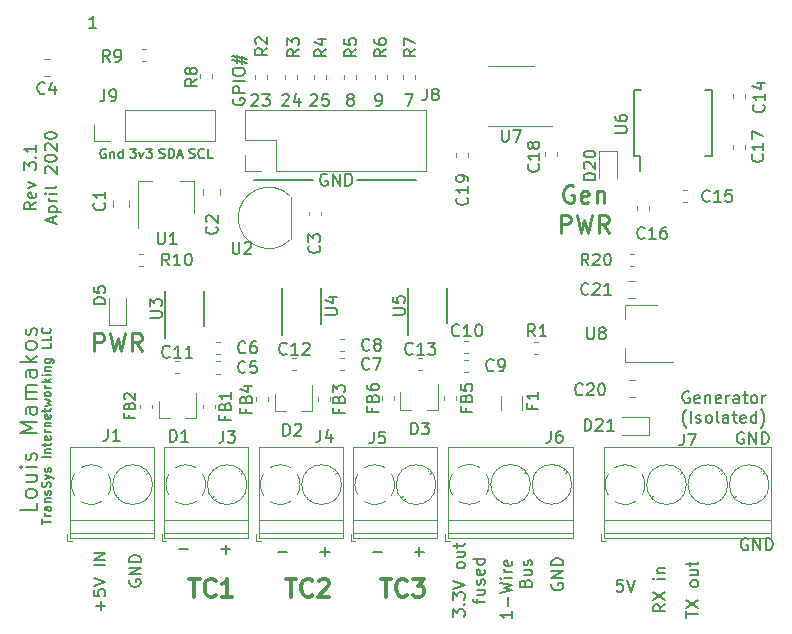
<source format=gto>
G04 #@! TF.GenerationSoftware,KiCad,Pcbnew,(5.1.5-0-10_14)*
G04 #@! TF.CreationDate,2020-04-19T22:53:18-04:00*
G04 #@! TF.ProjectId,RPi-pHat-Thermocouple,5250692d-7048-4617-942d-546865726d6f,rev?*
G04 #@! TF.SameCoordinates,Original*
G04 #@! TF.FileFunction,Legend,Top*
G04 #@! TF.FilePolarity,Positive*
%FSLAX46Y46*%
G04 Gerber Fmt 4.6, Leading zero omitted, Abs format (unit mm)*
G04 Created by KiCad (PCBNEW (5.1.5-0-10_14)) date 2020-04-19 22:53:18*
%MOMM*%
%LPD*%
G04 APERTURE LIST*
%ADD10C,0.200000*%
%ADD11C,0.152400*%
%ADD12C,0.250000*%
%ADD13C,0.150000*%
%ADD14C,0.300000*%
%ADD15C,0.120000*%
G04 APERTURE END LIST*
D10*
X14597619Y-44604571D02*
X14113809Y-44943238D01*
X14597619Y-45185142D02*
X13581619Y-45185142D01*
X13581619Y-44798095D01*
X13630000Y-44701333D01*
X13678380Y-44652952D01*
X13775142Y-44604571D01*
X13920285Y-44604571D01*
X14017047Y-44652952D01*
X14065428Y-44701333D01*
X14113809Y-44798095D01*
X14113809Y-45185142D01*
X14549238Y-43782095D02*
X14597619Y-43878857D01*
X14597619Y-44072380D01*
X14549238Y-44169142D01*
X14452476Y-44217523D01*
X14065428Y-44217523D01*
X13968666Y-44169142D01*
X13920285Y-44072380D01*
X13920285Y-43878857D01*
X13968666Y-43782095D01*
X14065428Y-43733714D01*
X14162190Y-43733714D01*
X14258952Y-44217523D01*
X13920285Y-43395047D02*
X14597619Y-43153142D01*
X13920285Y-42911238D01*
X13581619Y-41846857D02*
X13581619Y-41217904D01*
X13968666Y-41556571D01*
X13968666Y-41411428D01*
X14017047Y-41314666D01*
X14065428Y-41266285D01*
X14162190Y-41217904D01*
X14404095Y-41217904D01*
X14500857Y-41266285D01*
X14549238Y-41314666D01*
X14597619Y-41411428D01*
X14597619Y-41701714D01*
X14549238Y-41798476D01*
X14500857Y-41846857D01*
X14500857Y-40782476D02*
X14549238Y-40734095D01*
X14597619Y-40782476D01*
X14549238Y-40830857D01*
X14500857Y-40782476D01*
X14597619Y-40782476D01*
X14597619Y-39766476D02*
X14597619Y-40347047D01*
X14597619Y-40056761D02*
X13581619Y-40056761D01*
X13726761Y-40153523D01*
X13823523Y-40250285D01*
X13871904Y-40347047D01*
X16031333Y-46346285D02*
X16031333Y-45862476D01*
X16321619Y-46443047D02*
X15305619Y-46104380D01*
X16321619Y-45765714D01*
X15644285Y-45427047D02*
X16660285Y-45427047D01*
X15692666Y-45427047D02*
X15644285Y-45330285D01*
X15644285Y-45136761D01*
X15692666Y-45040000D01*
X15741047Y-44991619D01*
X15837809Y-44943238D01*
X16128095Y-44943238D01*
X16224857Y-44991619D01*
X16273238Y-45040000D01*
X16321619Y-45136761D01*
X16321619Y-45330285D01*
X16273238Y-45427047D01*
X16321619Y-44507809D02*
X15644285Y-44507809D01*
X15837809Y-44507809D02*
X15741047Y-44459428D01*
X15692666Y-44411047D01*
X15644285Y-44314285D01*
X15644285Y-44217523D01*
X16321619Y-43878857D02*
X15644285Y-43878857D01*
X15305619Y-43878857D02*
X15354000Y-43927238D01*
X15402380Y-43878857D01*
X15354000Y-43830476D01*
X15305619Y-43878857D01*
X15402380Y-43878857D01*
X16321619Y-43249904D02*
X16273238Y-43346666D01*
X16176476Y-43395047D01*
X15305619Y-43395047D01*
X15402380Y-42137142D02*
X15354000Y-42088761D01*
X15305619Y-41992000D01*
X15305619Y-41750095D01*
X15354000Y-41653333D01*
X15402380Y-41604952D01*
X15499142Y-41556571D01*
X15595904Y-41556571D01*
X15741047Y-41604952D01*
X16321619Y-42185523D01*
X16321619Y-41556571D01*
X15305619Y-40927619D02*
X15305619Y-40830857D01*
X15354000Y-40734095D01*
X15402380Y-40685714D01*
X15499142Y-40637333D01*
X15692666Y-40588952D01*
X15934571Y-40588952D01*
X16128095Y-40637333D01*
X16224857Y-40685714D01*
X16273238Y-40734095D01*
X16321619Y-40830857D01*
X16321619Y-40927619D01*
X16273238Y-41024380D01*
X16224857Y-41072761D01*
X16128095Y-41121142D01*
X15934571Y-41169523D01*
X15692666Y-41169523D01*
X15499142Y-41121142D01*
X15402380Y-41072761D01*
X15354000Y-41024380D01*
X15305619Y-40927619D01*
X15402380Y-40201904D02*
X15354000Y-40153523D01*
X15305619Y-40056761D01*
X15305619Y-39814857D01*
X15354000Y-39718095D01*
X15402380Y-39669714D01*
X15499142Y-39621333D01*
X15595904Y-39621333D01*
X15741047Y-39669714D01*
X16321619Y-40250285D01*
X16321619Y-39621333D01*
X15305619Y-38992380D02*
X15305619Y-38895619D01*
X15354000Y-38798857D01*
X15402380Y-38750476D01*
X15499142Y-38702095D01*
X15692666Y-38653714D01*
X15934571Y-38653714D01*
X16128095Y-38702095D01*
X16224857Y-38750476D01*
X16273238Y-38798857D01*
X16321619Y-38895619D01*
X16321619Y-38992380D01*
X16273238Y-39089142D01*
X16224857Y-39137523D01*
X16128095Y-39185904D01*
X15934571Y-39234285D01*
X15692666Y-39234285D01*
X15499142Y-39185904D01*
X15402380Y-39137523D01*
X15354000Y-39089142D01*
X15305619Y-38992380D01*
D11*
X41750000Y-42750000D02*
X46750000Y-42750000D01*
X33000000Y-42750000D02*
X38000000Y-42750000D01*
D12*
X60071428Y-43250000D02*
X59928571Y-43178571D01*
X59714285Y-43178571D01*
X59500000Y-43250000D01*
X59357142Y-43392857D01*
X59285714Y-43535714D01*
X59214285Y-43821428D01*
X59214285Y-44035714D01*
X59285714Y-44321428D01*
X59357142Y-44464285D01*
X59500000Y-44607142D01*
X59714285Y-44678571D01*
X59857142Y-44678571D01*
X60071428Y-44607142D01*
X60142857Y-44535714D01*
X60142857Y-44035714D01*
X59857142Y-44035714D01*
X61357142Y-44607142D02*
X61214285Y-44678571D01*
X60928571Y-44678571D01*
X60785714Y-44607142D01*
X60714285Y-44464285D01*
X60714285Y-43892857D01*
X60785714Y-43750000D01*
X60928571Y-43678571D01*
X61214285Y-43678571D01*
X61357142Y-43750000D01*
X61428571Y-43892857D01*
X61428571Y-44035714D01*
X60714285Y-44178571D01*
X62071428Y-43678571D02*
X62071428Y-44678571D01*
X62071428Y-43821428D02*
X62142857Y-43750000D01*
X62285714Y-43678571D01*
X62500000Y-43678571D01*
X62642857Y-43750000D01*
X62714285Y-43892857D01*
X62714285Y-44678571D01*
X59000000Y-47178571D02*
X59000000Y-45678571D01*
X59571428Y-45678571D01*
X59714285Y-45750000D01*
X59785714Y-45821428D01*
X59857142Y-45964285D01*
X59857142Y-46178571D01*
X59785714Y-46321428D01*
X59714285Y-46392857D01*
X59571428Y-46464285D01*
X59000000Y-46464285D01*
X60357142Y-45678571D02*
X60714285Y-47178571D01*
X61000000Y-46107142D01*
X61285714Y-47178571D01*
X61642857Y-45678571D01*
X63071428Y-47178571D02*
X62571428Y-46464285D01*
X62214285Y-47178571D02*
X62214285Y-45678571D01*
X62785714Y-45678571D01*
X62928571Y-45750000D01*
X63000000Y-45821428D01*
X63071428Y-45964285D01*
X63071428Y-46178571D01*
X63000000Y-46321428D01*
X62928571Y-46392857D01*
X62785714Y-46464285D01*
X62214285Y-46464285D01*
X19500000Y-57178571D02*
X19500000Y-55678571D01*
X20071428Y-55678571D01*
X20214285Y-55750000D01*
X20285714Y-55821428D01*
X20357142Y-55964285D01*
X20357142Y-56178571D01*
X20285714Y-56321428D01*
X20214285Y-56392857D01*
X20071428Y-56464285D01*
X19500000Y-56464285D01*
X20857142Y-55678571D02*
X21214285Y-57178571D01*
X21500000Y-56107142D01*
X21785714Y-57178571D01*
X22142857Y-55678571D01*
X23571428Y-57178571D02*
X23071428Y-56464285D01*
X22714285Y-57178571D02*
X22714285Y-55678571D01*
X23285714Y-55678571D01*
X23428571Y-55750000D01*
X23500000Y-55821428D01*
X23571428Y-55964285D01*
X23571428Y-56178571D01*
X23500000Y-56321428D01*
X23428571Y-56392857D01*
X23285714Y-56464285D01*
X22714285Y-56464285D01*
D11*
X20485714Y-40100000D02*
X20409523Y-40061904D01*
X20295238Y-40061904D01*
X20180952Y-40100000D01*
X20104761Y-40176190D01*
X20066666Y-40252380D01*
X20028571Y-40404761D01*
X20028571Y-40519047D01*
X20066666Y-40671428D01*
X20104761Y-40747619D01*
X20180952Y-40823809D01*
X20295238Y-40861904D01*
X20371428Y-40861904D01*
X20485714Y-40823809D01*
X20523809Y-40785714D01*
X20523809Y-40519047D01*
X20371428Y-40519047D01*
X20866666Y-40328571D02*
X20866666Y-40861904D01*
X20866666Y-40404761D02*
X20904761Y-40366666D01*
X20980952Y-40328571D01*
X21095238Y-40328571D01*
X21171428Y-40366666D01*
X21209523Y-40442857D01*
X21209523Y-40861904D01*
X21933333Y-40861904D02*
X21933333Y-40061904D01*
X21933333Y-40823809D02*
X21857142Y-40861904D01*
X21704761Y-40861904D01*
X21628571Y-40823809D01*
X21590476Y-40785714D01*
X21552380Y-40709523D01*
X21552380Y-40480952D01*
X21590476Y-40404761D01*
X21628571Y-40366666D01*
X21704761Y-40328571D01*
X21857142Y-40328571D01*
X21933333Y-40366666D01*
X22547619Y-40061904D02*
X23042857Y-40061904D01*
X22776190Y-40366666D01*
X22890476Y-40366666D01*
X22966666Y-40404761D01*
X23004761Y-40442857D01*
X23042857Y-40519047D01*
X23042857Y-40709523D01*
X23004761Y-40785714D01*
X22966666Y-40823809D01*
X22890476Y-40861904D01*
X22661904Y-40861904D01*
X22585714Y-40823809D01*
X22547619Y-40785714D01*
X23309523Y-40328571D02*
X23500000Y-40861904D01*
X23690476Y-40328571D01*
X23919047Y-40061904D02*
X24414285Y-40061904D01*
X24147619Y-40366666D01*
X24261904Y-40366666D01*
X24338095Y-40404761D01*
X24376190Y-40442857D01*
X24414285Y-40519047D01*
X24414285Y-40709523D01*
X24376190Y-40785714D01*
X24338095Y-40823809D01*
X24261904Y-40861904D01*
X24033333Y-40861904D01*
X23957142Y-40823809D01*
X23919047Y-40785714D01*
X25028571Y-40823809D02*
X25142857Y-40861904D01*
X25333333Y-40861904D01*
X25409523Y-40823809D01*
X25447619Y-40785714D01*
X25485714Y-40709523D01*
X25485714Y-40633333D01*
X25447619Y-40557142D01*
X25409523Y-40519047D01*
X25333333Y-40480952D01*
X25180952Y-40442857D01*
X25104761Y-40404761D01*
X25066666Y-40366666D01*
X25028571Y-40290476D01*
X25028571Y-40214285D01*
X25066666Y-40138095D01*
X25104761Y-40100000D01*
X25180952Y-40061904D01*
X25371428Y-40061904D01*
X25485714Y-40100000D01*
X25828571Y-40861904D02*
X25828571Y-40061904D01*
X26019047Y-40061904D01*
X26133333Y-40100000D01*
X26209523Y-40176190D01*
X26247619Y-40252380D01*
X26285714Y-40404761D01*
X26285714Y-40519047D01*
X26247619Y-40671428D01*
X26209523Y-40747619D01*
X26133333Y-40823809D01*
X26019047Y-40861904D01*
X25828571Y-40861904D01*
X26590476Y-40633333D02*
X26971428Y-40633333D01*
X26514285Y-40861904D02*
X26780952Y-40061904D01*
X27047619Y-40861904D01*
X27547619Y-40823809D02*
X27661904Y-40861904D01*
X27852380Y-40861904D01*
X27928571Y-40823809D01*
X27966666Y-40785714D01*
X28004761Y-40709523D01*
X28004761Y-40633333D01*
X27966666Y-40557142D01*
X27928571Y-40519047D01*
X27852380Y-40480952D01*
X27700000Y-40442857D01*
X27623809Y-40404761D01*
X27585714Y-40366666D01*
X27547619Y-40290476D01*
X27547619Y-40214285D01*
X27585714Y-40138095D01*
X27623809Y-40100000D01*
X27700000Y-40061904D01*
X27890476Y-40061904D01*
X28004761Y-40100000D01*
X28804761Y-40785714D02*
X28766666Y-40823809D01*
X28652380Y-40861904D01*
X28576190Y-40861904D01*
X28461904Y-40823809D01*
X28385714Y-40747619D01*
X28347619Y-40671428D01*
X28309523Y-40519047D01*
X28309523Y-40404761D01*
X28347619Y-40252380D01*
X28385714Y-40176190D01*
X28461904Y-40100000D01*
X28576190Y-40061904D01*
X28652380Y-40061904D01*
X28766666Y-40100000D01*
X28804761Y-40138095D01*
X29528571Y-40861904D02*
X29147619Y-40861904D01*
X29147619Y-40061904D01*
X19690285Y-29859619D02*
X19109714Y-29859619D01*
X19400000Y-29859619D02*
X19400000Y-28843619D01*
X19303238Y-28988761D01*
X19206476Y-29085523D01*
X19109714Y-29133904D01*
D10*
X14633333Y-70033333D02*
X14633333Y-70700000D01*
X13233333Y-70700000D01*
X14633333Y-69366666D02*
X14566666Y-69500000D01*
X14500000Y-69566666D01*
X14366666Y-69633333D01*
X13966666Y-69633333D01*
X13833333Y-69566666D01*
X13766666Y-69500000D01*
X13700000Y-69366666D01*
X13700000Y-69166666D01*
X13766666Y-69033333D01*
X13833333Y-68966666D01*
X13966666Y-68900000D01*
X14366666Y-68900000D01*
X14500000Y-68966666D01*
X14566666Y-69033333D01*
X14633333Y-69166666D01*
X14633333Y-69366666D01*
X13700000Y-67700000D02*
X14633333Y-67700000D01*
X13700000Y-68300000D02*
X14433333Y-68300000D01*
X14566666Y-68233333D01*
X14633333Y-68100000D01*
X14633333Y-67900000D01*
X14566666Y-67766666D01*
X14500000Y-67700000D01*
X14633333Y-67033333D02*
X13700000Y-67033333D01*
X13233333Y-67033333D02*
X13300000Y-67100000D01*
X13366666Y-67033333D01*
X13300000Y-66966666D01*
X13233333Y-67033333D01*
X13366666Y-67033333D01*
X14566666Y-66433333D02*
X14633333Y-66300000D01*
X14633333Y-66033333D01*
X14566666Y-65900000D01*
X14433333Y-65833333D01*
X14366666Y-65833333D01*
X14233333Y-65900000D01*
X14166666Y-66033333D01*
X14166666Y-66233333D01*
X14100000Y-66366666D01*
X13966666Y-66433333D01*
X13900000Y-66433333D01*
X13766666Y-66366666D01*
X13700000Y-66233333D01*
X13700000Y-66033333D01*
X13766666Y-65900000D01*
X14633333Y-64166666D02*
X13233333Y-64166666D01*
X14233333Y-63700000D01*
X13233333Y-63233333D01*
X14633333Y-63233333D01*
X14633333Y-61966666D02*
X13900000Y-61966666D01*
X13766666Y-62033333D01*
X13700000Y-62166666D01*
X13700000Y-62433333D01*
X13766666Y-62566666D01*
X14566666Y-61966666D02*
X14633333Y-62100000D01*
X14633333Y-62433333D01*
X14566666Y-62566666D01*
X14433333Y-62633333D01*
X14300000Y-62633333D01*
X14166666Y-62566666D01*
X14100000Y-62433333D01*
X14100000Y-62100000D01*
X14033333Y-61966666D01*
X14633333Y-61300000D02*
X13700000Y-61300000D01*
X13833333Y-61300000D02*
X13766666Y-61233333D01*
X13700000Y-61100000D01*
X13700000Y-60900000D01*
X13766666Y-60766666D01*
X13900000Y-60700000D01*
X14633333Y-60700000D01*
X13900000Y-60700000D02*
X13766666Y-60633333D01*
X13700000Y-60500000D01*
X13700000Y-60300000D01*
X13766666Y-60166666D01*
X13900000Y-60100000D01*
X14633333Y-60100000D01*
X14633333Y-58833333D02*
X13900000Y-58833333D01*
X13766666Y-58900000D01*
X13700000Y-59033333D01*
X13700000Y-59300000D01*
X13766666Y-59433333D01*
X14566666Y-58833333D02*
X14633333Y-58966666D01*
X14633333Y-59300000D01*
X14566666Y-59433333D01*
X14433333Y-59500000D01*
X14300000Y-59500000D01*
X14166666Y-59433333D01*
X14100000Y-59300000D01*
X14100000Y-58966666D01*
X14033333Y-58833333D01*
X14633333Y-58166666D02*
X13233333Y-58166666D01*
X14100000Y-58033333D02*
X14633333Y-57633333D01*
X13700000Y-57633333D02*
X14233333Y-58166666D01*
X14633333Y-56833333D02*
X14566666Y-56966666D01*
X14500000Y-57033333D01*
X14366666Y-57100000D01*
X13966666Y-57100000D01*
X13833333Y-57033333D01*
X13766666Y-56966666D01*
X13700000Y-56833333D01*
X13700000Y-56633333D01*
X13766666Y-56500000D01*
X13833333Y-56433333D01*
X13966666Y-56366666D01*
X14366666Y-56366666D01*
X14500000Y-56433333D01*
X14566666Y-56500000D01*
X14633333Y-56633333D01*
X14633333Y-56833333D01*
X14566666Y-55833333D02*
X14633333Y-55700000D01*
X14633333Y-55433333D01*
X14566666Y-55300000D01*
X14433333Y-55233333D01*
X14366666Y-55233333D01*
X14233333Y-55300000D01*
X14166666Y-55433333D01*
X14166666Y-55633333D01*
X14100000Y-55766666D01*
X13966666Y-55833333D01*
X13900000Y-55833333D01*
X13766666Y-55766666D01*
X13700000Y-55633333D01*
X13700000Y-55433333D01*
X13766666Y-55300000D01*
D11*
X74488404Y-64108000D02*
X74391642Y-64059619D01*
X74246500Y-64059619D01*
X74101357Y-64108000D01*
X74004595Y-64204761D01*
X73956214Y-64301523D01*
X73907833Y-64495047D01*
X73907833Y-64640190D01*
X73956214Y-64833714D01*
X74004595Y-64930476D01*
X74101357Y-65027238D01*
X74246500Y-65075619D01*
X74343261Y-65075619D01*
X74488404Y-65027238D01*
X74536785Y-64978857D01*
X74536785Y-64640190D01*
X74343261Y-64640190D01*
X74972214Y-65075619D02*
X74972214Y-64059619D01*
X75552785Y-65075619D01*
X75552785Y-64059619D01*
X76036595Y-65075619D02*
X76036595Y-64059619D01*
X76278500Y-64059619D01*
X76423642Y-64108000D01*
X76520404Y-64204761D01*
X76568785Y-64301523D01*
X76617166Y-64495047D01*
X76617166Y-64640190D01*
X76568785Y-64833714D01*
X76520404Y-64930476D01*
X76423642Y-65027238D01*
X76278500Y-65075619D01*
X76036595Y-65075619D01*
X31292000Y-35824000D02*
X31243619Y-35920761D01*
X31243619Y-36065904D01*
X31292000Y-36211047D01*
X31388761Y-36307809D01*
X31485523Y-36356190D01*
X31679047Y-36404571D01*
X31824190Y-36404571D01*
X32017714Y-36356190D01*
X32114476Y-36307809D01*
X32211238Y-36211047D01*
X32259619Y-36065904D01*
X32259619Y-35969142D01*
X32211238Y-35824000D01*
X32162857Y-35775619D01*
X31824190Y-35775619D01*
X31824190Y-35969142D01*
X32259619Y-35340190D02*
X31243619Y-35340190D01*
X31243619Y-34953142D01*
X31292000Y-34856380D01*
X31340380Y-34808000D01*
X31437142Y-34759619D01*
X31582285Y-34759619D01*
X31679047Y-34808000D01*
X31727428Y-34856380D01*
X31775809Y-34953142D01*
X31775809Y-35340190D01*
X32259619Y-34324190D02*
X31243619Y-34324190D01*
X31243619Y-33646857D02*
X31243619Y-33453333D01*
X31292000Y-33356571D01*
X31388761Y-33259809D01*
X31582285Y-33211428D01*
X31920952Y-33211428D01*
X32114476Y-33259809D01*
X32211238Y-33356571D01*
X32259619Y-33453333D01*
X32259619Y-33646857D01*
X32211238Y-33743619D01*
X32114476Y-33840380D01*
X31920952Y-33888761D01*
X31582285Y-33888761D01*
X31388761Y-33840380D01*
X31292000Y-33743619D01*
X31243619Y-33646857D01*
X31582285Y-32824380D02*
X31582285Y-32098666D01*
X31146857Y-32534095D02*
X32453142Y-32824380D01*
X32017714Y-32195428D02*
X32017714Y-32921142D01*
X32453142Y-32485714D02*
X31146857Y-32195428D01*
X39225904Y-42242000D02*
X39129142Y-42193619D01*
X38984000Y-42193619D01*
X38838857Y-42242000D01*
X38742095Y-42338761D01*
X38693714Y-42435523D01*
X38645333Y-42629047D01*
X38645333Y-42774190D01*
X38693714Y-42967714D01*
X38742095Y-43064476D01*
X38838857Y-43161238D01*
X38984000Y-43209619D01*
X39080761Y-43209619D01*
X39225904Y-43161238D01*
X39274285Y-43112857D01*
X39274285Y-42774190D01*
X39080761Y-42774190D01*
X39709714Y-43209619D02*
X39709714Y-42193619D01*
X40290285Y-43209619D01*
X40290285Y-42193619D01*
X40774095Y-43209619D02*
X40774095Y-42193619D01*
X41016000Y-42193619D01*
X41161142Y-42242000D01*
X41257904Y-42338761D01*
X41306285Y-42435523D01*
X41354666Y-42629047D01*
X41354666Y-42774190D01*
X41306285Y-42967714D01*
X41257904Y-43064476D01*
X41161142Y-43161238D01*
X41016000Y-43209619D01*
X40774095Y-43209619D01*
X45861333Y-35443619D02*
X46538666Y-35443619D01*
X46103238Y-36459619D01*
X43406476Y-36459619D02*
X43600000Y-36459619D01*
X43696761Y-36411238D01*
X43745142Y-36362857D01*
X43841904Y-36217714D01*
X43890285Y-36024190D01*
X43890285Y-35637142D01*
X43841904Y-35540380D01*
X43793523Y-35492000D01*
X43696761Y-35443619D01*
X43503238Y-35443619D01*
X43406476Y-35492000D01*
X43358095Y-35540380D01*
X43309714Y-35637142D01*
X43309714Y-35879047D01*
X43358095Y-35975809D01*
X43406476Y-36024190D01*
X43503238Y-36072571D01*
X43696761Y-36072571D01*
X43793523Y-36024190D01*
X43841904Y-35975809D01*
X43890285Y-35879047D01*
X41103238Y-35879047D02*
X41006476Y-35830666D01*
X40958095Y-35782285D01*
X40909714Y-35685523D01*
X40909714Y-35637142D01*
X40958095Y-35540380D01*
X41006476Y-35492000D01*
X41103238Y-35443619D01*
X41296761Y-35443619D01*
X41393523Y-35492000D01*
X41441904Y-35540380D01*
X41490285Y-35637142D01*
X41490285Y-35685523D01*
X41441904Y-35782285D01*
X41393523Y-35830666D01*
X41296761Y-35879047D01*
X41103238Y-35879047D01*
X41006476Y-35927428D01*
X40958095Y-35975809D01*
X40909714Y-36072571D01*
X40909714Y-36266095D01*
X40958095Y-36362857D01*
X41006476Y-36411238D01*
X41103238Y-36459619D01*
X41296761Y-36459619D01*
X41393523Y-36411238D01*
X41441904Y-36362857D01*
X41490285Y-36266095D01*
X41490285Y-36072571D01*
X41441904Y-35975809D01*
X41393523Y-35927428D01*
X41296761Y-35879047D01*
X37825904Y-35540380D02*
X37874285Y-35492000D01*
X37971047Y-35443619D01*
X38212952Y-35443619D01*
X38309714Y-35492000D01*
X38358095Y-35540380D01*
X38406476Y-35637142D01*
X38406476Y-35733904D01*
X38358095Y-35879047D01*
X37777523Y-36459619D01*
X38406476Y-36459619D01*
X39325714Y-35443619D02*
X38841904Y-35443619D01*
X38793523Y-35927428D01*
X38841904Y-35879047D01*
X38938666Y-35830666D01*
X39180571Y-35830666D01*
X39277333Y-35879047D01*
X39325714Y-35927428D01*
X39374095Y-36024190D01*
X39374095Y-36266095D01*
X39325714Y-36362857D01*
X39277333Y-36411238D01*
X39180571Y-36459619D01*
X38938666Y-36459619D01*
X38841904Y-36411238D01*
X38793523Y-36362857D01*
X35425904Y-35540380D02*
X35474285Y-35492000D01*
X35571047Y-35443619D01*
X35812952Y-35443619D01*
X35909714Y-35492000D01*
X35958095Y-35540380D01*
X36006476Y-35637142D01*
X36006476Y-35733904D01*
X35958095Y-35879047D01*
X35377523Y-36459619D01*
X36006476Y-36459619D01*
X36877333Y-35782285D02*
X36877333Y-36459619D01*
X36635428Y-35395238D02*
X36393523Y-36120952D01*
X37022476Y-36120952D01*
X32825904Y-35540380D02*
X32874285Y-35492000D01*
X32971047Y-35443619D01*
X33212952Y-35443619D01*
X33309714Y-35492000D01*
X33358095Y-35540380D01*
X33406476Y-35637142D01*
X33406476Y-35733904D01*
X33358095Y-35879047D01*
X32777523Y-36459619D01*
X33406476Y-36459619D01*
X33745142Y-35443619D02*
X34374095Y-35443619D01*
X34035428Y-35830666D01*
X34180571Y-35830666D01*
X34277333Y-35879047D01*
X34325714Y-35927428D01*
X34374095Y-36024190D01*
X34374095Y-36266095D01*
X34325714Y-36362857D01*
X34277333Y-36411238D01*
X34180571Y-36459619D01*
X33890285Y-36459619D01*
X33793523Y-36411238D01*
X33745142Y-36362857D01*
X43085357Y-74188571D02*
X43859452Y-74188571D01*
X46665547Y-74188571D02*
X47439642Y-74188571D01*
X47052595Y-74575619D02*
X47052595Y-73801523D01*
X35085357Y-74188571D02*
X35859452Y-74188571D01*
X38665547Y-74188571D02*
X39439642Y-74188571D01*
X39052595Y-74575619D02*
X39052595Y-73801523D01*
X26685357Y-73988571D02*
X27459452Y-73988571D01*
X30265547Y-73988571D02*
X31039642Y-73988571D01*
X30652595Y-74375619D02*
X30652595Y-73601523D01*
X58254500Y-76890095D02*
X58206119Y-76986857D01*
X58206119Y-77132000D01*
X58254500Y-77277142D01*
X58351261Y-77373904D01*
X58448023Y-77422285D01*
X58641547Y-77470666D01*
X58786690Y-77470666D01*
X58980214Y-77422285D01*
X59076976Y-77373904D01*
X59173738Y-77277142D01*
X59222119Y-77132000D01*
X59222119Y-77035238D01*
X59173738Y-76890095D01*
X59125357Y-76841714D01*
X58786690Y-76841714D01*
X58786690Y-77035238D01*
X59222119Y-76406285D02*
X58206119Y-76406285D01*
X59222119Y-75825714D01*
X58206119Y-75825714D01*
X59222119Y-75341904D02*
X58206119Y-75341904D01*
X58206119Y-75100000D01*
X58254500Y-74954857D01*
X58351261Y-74858095D01*
X58448023Y-74809714D01*
X58641547Y-74761333D01*
X58786690Y-74761333D01*
X58980214Y-74809714D01*
X59076976Y-74858095D01*
X59173738Y-74954857D01*
X59222119Y-75100000D01*
X59222119Y-75341904D01*
X49867919Y-79712380D02*
X49867919Y-79083428D01*
X50254966Y-79422095D01*
X50254966Y-79276952D01*
X50303347Y-79180190D01*
X50351728Y-79131809D01*
X50448490Y-79083428D01*
X50690395Y-79083428D01*
X50787157Y-79131809D01*
X50835538Y-79180190D01*
X50883919Y-79276952D01*
X50883919Y-79567238D01*
X50835538Y-79664000D01*
X50787157Y-79712380D01*
X50787157Y-78648000D02*
X50835538Y-78599619D01*
X50883919Y-78648000D01*
X50835538Y-78696380D01*
X50787157Y-78648000D01*
X50883919Y-78648000D01*
X49867919Y-78260952D02*
X49867919Y-77632000D01*
X50254966Y-77970666D01*
X50254966Y-77825523D01*
X50303347Y-77728761D01*
X50351728Y-77680380D01*
X50448490Y-77632000D01*
X50690395Y-77632000D01*
X50787157Y-77680380D01*
X50835538Y-77728761D01*
X50883919Y-77825523D01*
X50883919Y-78115809D01*
X50835538Y-78212571D01*
X50787157Y-78260952D01*
X49867919Y-77341714D02*
X50883919Y-77003047D01*
X49867919Y-76664380D01*
X50883919Y-75406476D02*
X50835538Y-75503238D01*
X50787157Y-75551619D01*
X50690395Y-75600000D01*
X50400109Y-75600000D01*
X50303347Y-75551619D01*
X50254966Y-75503238D01*
X50206585Y-75406476D01*
X50206585Y-75261333D01*
X50254966Y-75164571D01*
X50303347Y-75116190D01*
X50400109Y-75067809D01*
X50690395Y-75067809D01*
X50787157Y-75116190D01*
X50835538Y-75164571D01*
X50883919Y-75261333D01*
X50883919Y-75406476D01*
X50206585Y-74196952D02*
X50883919Y-74196952D01*
X50206585Y-74632380D02*
X50738776Y-74632380D01*
X50835538Y-74584000D01*
X50883919Y-74487238D01*
X50883919Y-74342095D01*
X50835538Y-74245333D01*
X50787157Y-74196952D01*
X50206585Y-73858285D02*
X50206585Y-73471238D01*
X49867919Y-73713142D02*
X50738776Y-73713142D01*
X50835538Y-73664761D01*
X50883919Y-73568000D01*
X50883919Y-73471238D01*
X51882985Y-78575428D02*
X51882985Y-78188380D01*
X52560319Y-78430285D02*
X51689461Y-78430285D01*
X51592700Y-78381904D01*
X51544319Y-78285142D01*
X51544319Y-78188380D01*
X51882985Y-77414285D02*
X52560319Y-77414285D01*
X51882985Y-77849714D02*
X52415176Y-77849714D01*
X52511938Y-77801333D01*
X52560319Y-77704571D01*
X52560319Y-77559428D01*
X52511938Y-77462666D01*
X52463557Y-77414285D01*
X52511938Y-76978857D02*
X52560319Y-76882095D01*
X52560319Y-76688571D01*
X52511938Y-76591809D01*
X52415176Y-76543428D01*
X52366795Y-76543428D01*
X52270033Y-76591809D01*
X52221652Y-76688571D01*
X52221652Y-76833714D01*
X52173271Y-76930476D01*
X52076509Y-76978857D01*
X52028128Y-76978857D01*
X51931366Y-76930476D01*
X51882985Y-76833714D01*
X51882985Y-76688571D01*
X51931366Y-76591809D01*
X52511938Y-75720952D02*
X52560319Y-75817714D01*
X52560319Y-76011238D01*
X52511938Y-76108000D01*
X52415176Y-76156380D01*
X52028128Y-76156380D01*
X51931366Y-76108000D01*
X51882985Y-76011238D01*
X51882985Y-75817714D01*
X51931366Y-75720952D01*
X52028128Y-75672571D01*
X52124890Y-75672571D01*
X52221652Y-76156380D01*
X52560319Y-74801714D02*
X51544319Y-74801714D01*
X52511938Y-74801714D02*
X52560319Y-74898476D01*
X52560319Y-75092000D01*
X52511938Y-75188761D01*
X52463557Y-75237142D01*
X52366795Y-75285523D01*
X52076509Y-75285523D01*
X51979747Y-75237142D01*
X51931366Y-75188761D01*
X51882985Y-75092000D01*
X51882985Y-74898476D01*
X51931366Y-74801714D01*
X69897142Y-60653800D02*
X69800380Y-60605419D01*
X69655238Y-60605419D01*
X69510095Y-60653800D01*
X69413333Y-60750561D01*
X69364952Y-60847323D01*
X69316571Y-61040847D01*
X69316571Y-61185990D01*
X69364952Y-61379514D01*
X69413333Y-61476276D01*
X69510095Y-61573038D01*
X69655238Y-61621419D01*
X69752000Y-61621419D01*
X69897142Y-61573038D01*
X69945523Y-61524657D01*
X69945523Y-61185990D01*
X69752000Y-61185990D01*
X70768000Y-61573038D02*
X70671238Y-61621419D01*
X70477714Y-61621419D01*
X70380952Y-61573038D01*
X70332571Y-61476276D01*
X70332571Y-61089228D01*
X70380952Y-60992466D01*
X70477714Y-60944085D01*
X70671238Y-60944085D01*
X70768000Y-60992466D01*
X70816380Y-61089228D01*
X70816380Y-61185990D01*
X70332571Y-61282752D01*
X71251809Y-60944085D02*
X71251809Y-61621419D01*
X71251809Y-61040847D02*
X71300190Y-60992466D01*
X71396952Y-60944085D01*
X71542095Y-60944085D01*
X71638857Y-60992466D01*
X71687238Y-61089228D01*
X71687238Y-61621419D01*
X72558095Y-61573038D02*
X72461333Y-61621419D01*
X72267809Y-61621419D01*
X72171047Y-61573038D01*
X72122666Y-61476276D01*
X72122666Y-61089228D01*
X72171047Y-60992466D01*
X72267809Y-60944085D01*
X72461333Y-60944085D01*
X72558095Y-60992466D01*
X72606476Y-61089228D01*
X72606476Y-61185990D01*
X72122666Y-61282752D01*
X73041904Y-61621419D02*
X73041904Y-60944085D01*
X73041904Y-61137609D02*
X73090285Y-61040847D01*
X73138666Y-60992466D01*
X73235428Y-60944085D01*
X73332190Y-60944085D01*
X74106285Y-61621419D02*
X74106285Y-61089228D01*
X74057904Y-60992466D01*
X73961142Y-60944085D01*
X73767619Y-60944085D01*
X73670857Y-60992466D01*
X74106285Y-61573038D02*
X74009523Y-61621419D01*
X73767619Y-61621419D01*
X73670857Y-61573038D01*
X73622476Y-61476276D01*
X73622476Y-61379514D01*
X73670857Y-61282752D01*
X73767619Y-61234371D01*
X74009523Y-61234371D01*
X74106285Y-61185990D01*
X74444952Y-60944085D02*
X74832000Y-60944085D01*
X74590095Y-60605419D02*
X74590095Y-61476276D01*
X74638476Y-61573038D01*
X74735238Y-61621419D01*
X74832000Y-61621419D01*
X75315809Y-61621419D02*
X75219047Y-61573038D01*
X75170666Y-61524657D01*
X75122285Y-61427895D01*
X75122285Y-61137609D01*
X75170666Y-61040847D01*
X75219047Y-60992466D01*
X75315809Y-60944085D01*
X75460952Y-60944085D01*
X75557714Y-60992466D01*
X75606095Y-61040847D01*
X75654476Y-61137609D01*
X75654476Y-61427895D01*
X75606095Y-61524657D01*
X75557714Y-61573038D01*
X75460952Y-61621419D01*
X75315809Y-61621419D01*
X76089904Y-61621419D02*
X76089904Y-60944085D01*
X76089904Y-61137609D02*
X76138285Y-61040847D01*
X76186666Y-60992466D01*
X76283428Y-60944085D01*
X76380190Y-60944085D01*
X69631047Y-63684866D02*
X69582666Y-63636485D01*
X69485904Y-63491342D01*
X69437523Y-63394580D01*
X69389142Y-63249438D01*
X69340761Y-63007533D01*
X69340761Y-62814009D01*
X69389142Y-62572104D01*
X69437523Y-62426961D01*
X69485904Y-62330200D01*
X69582666Y-62185057D01*
X69631047Y-62136676D01*
X70018095Y-63297819D02*
X70018095Y-62281819D01*
X70453523Y-63249438D02*
X70550285Y-63297819D01*
X70743809Y-63297819D01*
X70840571Y-63249438D01*
X70888952Y-63152676D01*
X70888952Y-63104295D01*
X70840571Y-63007533D01*
X70743809Y-62959152D01*
X70598666Y-62959152D01*
X70501904Y-62910771D01*
X70453523Y-62814009D01*
X70453523Y-62765628D01*
X70501904Y-62668866D01*
X70598666Y-62620485D01*
X70743809Y-62620485D01*
X70840571Y-62668866D01*
X71469523Y-63297819D02*
X71372761Y-63249438D01*
X71324380Y-63201057D01*
X71276000Y-63104295D01*
X71276000Y-62814009D01*
X71324380Y-62717247D01*
X71372761Y-62668866D01*
X71469523Y-62620485D01*
X71614666Y-62620485D01*
X71711428Y-62668866D01*
X71759809Y-62717247D01*
X71808190Y-62814009D01*
X71808190Y-63104295D01*
X71759809Y-63201057D01*
X71711428Y-63249438D01*
X71614666Y-63297819D01*
X71469523Y-63297819D01*
X72388761Y-63297819D02*
X72292000Y-63249438D01*
X72243619Y-63152676D01*
X72243619Y-62281819D01*
X73211238Y-63297819D02*
X73211238Y-62765628D01*
X73162857Y-62668866D01*
X73066095Y-62620485D01*
X72872571Y-62620485D01*
X72775809Y-62668866D01*
X73211238Y-63249438D02*
X73114476Y-63297819D01*
X72872571Y-63297819D01*
X72775809Y-63249438D01*
X72727428Y-63152676D01*
X72727428Y-63055914D01*
X72775809Y-62959152D01*
X72872571Y-62910771D01*
X73114476Y-62910771D01*
X73211238Y-62862390D01*
X73549904Y-62620485D02*
X73936952Y-62620485D01*
X73695047Y-62281819D02*
X73695047Y-63152676D01*
X73743428Y-63249438D01*
X73840190Y-63297819D01*
X73936952Y-63297819D01*
X74662666Y-63249438D02*
X74565904Y-63297819D01*
X74372380Y-63297819D01*
X74275619Y-63249438D01*
X74227238Y-63152676D01*
X74227238Y-62765628D01*
X74275619Y-62668866D01*
X74372380Y-62620485D01*
X74565904Y-62620485D01*
X74662666Y-62668866D01*
X74711047Y-62765628D01*
X74711047Y-62862390D01*
X74227238Y-62959152D01*
X75581904Y-63297819D02*
X75581904Y-62281819D01*
X75581904Y-63249438D02*
X75485142Y-63297819D01*
X75291619Y-63297819D01*
X75194857Y-63249438D01*
X75146476Y-63201057D01*
X75098095Y-63104295D01*
X75098095Y-62814009D01*
X75146476Y-62717247D01*
X75194857Y-62668866D01*
X75291619Y-62620485D01*
X75485142Y-62620485D01*
X75581904Y-62668866D01*
X75968952Y-63684866D02*
X76017333Y-63636485D01*
X76114095Y-63491342D01*
X76162476Y-63394580D01*
X76210857Y-63249438D01*
X76259238Y-63007533D01*
X76259238Y-62814009D01*
X76210857Y-62572104D01*
X76162476Y-62426961D01*
X76114095Y-62330200D01*
X76017333Y-62185057D01*
X75968952Y-62136676D01*
X74825904Y-73092000D02*
X74729142Y-73043619D01*
X74584000Y-73043619D01*
X74438857Y-73092000D01*
X74342095Y-73188761D01*
X74293714Y-73285523D01*
X74245333Y-73479047D01*
X74245333Y-73624190D01*
X74293714Y-73817714D01*
X74342095Y-73914476D01*
X74438857Y-74011238D01*
X74584000Y-74059619D01*
X74680761Y-74059619D01*
X74825904Y-74011238D01*
X74874285Y-73962857D01*
X74874285Y-73624190D01*
X74680761Y-73624190D01*
X75309714Y-74059619D02*
X75309714Y-73043619D01*
X75890285Y-74059619D01*
X75890285Y-73043619D01*
X76374095Y-74059619D02*
X76374095Y-73043619D01*
X76616000Y-73043619D01*
X76761142Y-73092000D01*
X76857904Y-73188761D01*
X76906285Y-73285523D01*
X76954666Y-73479047D01*
X76954666Y-73624190D01*
X76906285Y-73817714D01*
X76857904Y-73914476D01*
X76761142Y-74011238D01*
X76616000Y-74059619D01*
X76374095Y-74059619D01*
X67859619Y-78657904D02*
X67375809Y-78996571D01*
X67859619Y-79238476D02*
X66843619Y-79238476D01*
X66843619Y-78851428D01*
X66892000Y-78754666D01*
X66940380Y-78706285D01*
X67037142Y-78657904D01*
X67182285Y-78657904D01*
X67279047Y-78706285D01*
X67327428Y-78754666D01*
X67375809Y-78851428D01*
X67375809Y-79238476D01*
X66843619Y-78319238D02*
X67859619Y-77641904D01*
X66843619Y-77641904D02*
X67859619Y-78319238D01*
X67859619Y-76480761D02*
X67182285Y-76480761D01*
X66843619Y-76480761D02*
X66892000Y-76529142D01*
X66940380Y-76480761D01*
X66892000Y-76432380D01*
X66843619Y-76480761D01*
X66940380Y-76480761D01*
X67182285Y-75996952D02*
X67859619Y-75996952D01*
X67279047Y-75996952D02*
X67230666Y-75948571D01*
X67182285Y-75851809D01*
X67182285Y-75706666D01*
X67230666Y-75609904D01*
X67327428Y-75561523D01*
X67859619Y-75561523D01*
X69643619Y-79770666D02*
X69643619Y-79190095D01*
X70659619Y-79480380D02*
X69643619Y-79480380D01*
X69643619Y-78948190D02*
X70659619Y-78270857D01*
X69643619Y-78270857D02*
X70659619Y-78948190D01*
X70659619Y-76964571D02*
X70611238Y-77061333D01*
X70562857Y-77109714D01*
X70466095Y-77158095D01*
X70175809Y-77158095D01*
X70079047Y-77109714D01*
X70030666Y-77061333D01*
X69982285Y-76964571D01*
X69982285Y-76819428D01*
X70030666Y-76722666D01*
X70079047Y-76674285D01*
X70175809Y-76625904D01*
X70466095Y-76625904D01*
X70562857Y-76674285D01*
X70611238Y-76722666D01*
X70659619Y-76819428D01*
X70659619Y-76964571D01*
X69982285Y-75755047D02*
X70659619Y-75755047D01*
X69982285Y-76190476D02*
X70514476Y-76190476D01*
X70611238Y-76142095D01*
X70659619Y-76045333D01*
X70659619Y-75900190D01*
X70611238Y-75803428D01*
X70562857Y-75755047D01*
X69982285Y-75416380D02*
X69982285Y-75029333D01*
X69643619Y-75271238D02*
X70514476Y-75271238D01*
X70611238Y-75222857D01*
X70659619Y-75126095D01*
X70659619Y-75029333D01*
X64268976Y-76559619D02*
X63785166Y-76559619D01*
X63736785Y-77043428D01*
X63785166Y-76995047D01*
X63881928Y-76946666D01*
X64123833Y-76946666D01*
X64220595Y-76995047D01*
X64268976Y-77043428D01*
X64317357Y-77140190D01*
X64317357Y-77382095D01*
X64268976Y-77478857D01*
X64220595Y-77527238D01*
X64123833Y-77575619D01*
X63881928Y-77575619D01*
X63785166Y-77527238D01*
X63736785Y-77478857D01*
X64607642Y-76559619D02*
X64946309Y-77575619D01*
X65284976Y-76559619D01*
X15082714Y-71863060D02*
X15082714Y-71427631D01*
X15844714Y-71645345D02*
X15082714Y-71645345D01*
X15844714Y-71173631D02*
X15336714Y-71173631D01*
X15481857Y-71173631D02*
X15409285Y-71137345D01*
X15372999Y-71101060D01*
X15336714Y-71028488D01*
X15336714Y-70955917D01*
X15844714Y-70375345D02*
X15445571Y-70375345D01*
X15372999Y-70411631D01*
X15336714Y-70484202D01*
X15336714Y-70629345D01*
X15372999Y-70701917D01*
X15808428Y-70375345D02*
X15844714Y-70447917D01*
X15844714Y-70629345D01*
X15808428Y-70701917D01*
X15735857Y-70738202D01*
X15663285Y-70738202D01*
X15590714Y-70701917D01*
X15554428Y-70629345D01*
X15554428Y-70447917D01*
X15518142Y-70375345D01*
X15336714Y-70012488D02*
X15844714Y-70012488D01*
X15409285Y-70012488D02*
X15373000Y-69976202D01*
X15336714Y-69903631D01*
X15336714Y-69794774D01*
X15373000Y-69722202D01*
X15445571Y-69685917D01*
X15844714Y-69685917D01*
X15808428Y-69359345D02*
X15844714Y-69286774D01*
X15844714Y-69141631D01*
X15808428Y-69069060D01*
X15735857Y-69032774D01*
X15699571Y-69032774D01*
X15627000Y-69069060D01*
X15590714Y-69141631D01*
X15590714Y-69250488D01*
X15554428Y-69323060D01*
X15481857Y-69359345D01*
X15445571Y-69359345D01*
X15373000Y-69323060D01*
X15336714Y-69250488D01*
X15336714Y-69141631D01*
X15373000Y-69069060D01*
X15808428Y-68742488D02*
X15844714Y-68633631D01*
X15844714Y-68452202D01*
X15808428Y-68379631D01*
X15772142Y-68343345D01*
X15699571Y-68307060D01*
X15627000Y-68307060D01*
X15554428Y-68343345D01*
X15518142Y-68379631D01*
X15481857Y-68452202D01*
X15445571Y-68597345D01*
X15409285Y-68669917D01*
X15373000Y-68706202D01*
X15300428Y-68742488D01*
X15227857Y-68742488D01*
X15155285Y-68706202D01*
X15119000Y-68669917D01*
X15082714Y-68597345D01*
X15082714Y-68415917D01*
X15119000Y-68307060D01*
X15336714Y-68053060D02*
X15844714Y-67871631D01*
X15336714Y-67690202D02*
X15844714Y-67871631D01*
X16026142Y-67944202D01*
X16062428Y-67980488D01*
X16098714Y-68053060D01*
X15808428Y-67436202D02*
X15844714Y-67363631D01*
X15844714Y-67218488D01*
X15808428Y-67145917D01*
X15735857Y-67109631D01*
X15699571Y-67109631D01*
X15627000Y-67145917D01*
X15590714Y-67218488D01*
X15590714Y-67327345D01*
X15554428Y-67399917D01*
X15481857Y-67436202D01*
X15445571Y-67436202D01*
X15373000Y-67399917D01*
X15336714Y-67327345D01*
X15336714Y-67218488D01*
X15373000Y-67145917D01*
X15844714Y-66202488D02*
X15082714Y-66202488D01*
X15336714Y-65839631D02*
X15844714Y-65839631D01*
X15409285Y-65839631D02*
X15373000Y-65803345D01*
X15336714Y-65730774D01*
X15336714Y-65621917D01*
X15373000Y-65549345D01*
X15445571Y-65513060D01*
X15844714Y-65513060D01*
X15336714Y-65259060D02*
X15336714Y-64968774D01*
X15082714Y-65150202D02*
X15735857Y-65150202D01*
X15808428Y-65113917D01*
X15844714Y-65041345D01*
X15844714Y-64968774D01*
X15808428Y-64424488D02*
X15844714Y-64497060D01*
X15844714Y-64642202D01*
X15808428Y-64714774D01*
X15735857Y-64751060D01*
X15445571Y-64751060D01*
X15373000Y-64714774D01*
X15336714Y-64642202D01*
X15336714Y-64497060D01*
X15373000Y-64424488D01*
X15445571Y-64388202D01*
X15518142Y-64388202D01*
X15590714Y-64751060D01*
X15844714Y-64061631D02*
X15336714Y-64061631D01*
X15481857Y-64061631D02*
X15409285Y-64025345D01*
X15373000Y-63989060D01*
X15336714Y-63916488D01*
X15336714Y-63843917D01*
X15336714Y-63589917D02*
X15844714Y-63589917D01*
X15409285Y-63589917D02*
X15373000Y-63553631D01*
X15336714Y-63481060D01*
X15336714Y-63372202D01*
X15373000Y-63299631D01*
X15445571Y-63263345D01*
X15844714Y-63263345D01*
X15808428Y-62610202D02*
X15844714Y-62682774D01*
X15844714Y-62827917D01*
X15808428Y-62900488D01*
X15735857Y-62936774D01*
X15445571Y-62936774D01*
X15373000Y-62900488D01*
X15336714Y-62827917D01*
X15336714Y-62682774D01*
X15373000Y-62610202D01*
X15445571Y-62573917D01*
X15518142Y-62573917D01*
X15590714Y-62936774D01*
X15336714Y-62356202D02*
X15336714Y-62065917D01*
X15082714Y-62247345D02*
X15735857Y-62247345D01*
X15808428Y-62211060D01*
X15844714Y-62138488D01*
X15844714Y-62065917D01*
X15336714Y-61884488D02*
X15844714Y-61739345D01*
X15481857Y-61594202D01*
X15844714Y-61449060D01*
X15336714Y-61303917D01*
X15844714Y-60904774D02*
X15808428Y-60977345D01*
X15772142Y-61013631D01*
X15699571Y-61049917D01*
X15481857Y-61049917D01*
X15409285Y-61013631D01*
X15373000Y-60977345D01*
X15336714Y-60904774D01*
X15336714Y-60795917D01*
X15373000Y-60723345D01*
X15409285Y-60687060D01*
X15481857Y-60650774D01*
X15699571Y-60650774D01*
X15772142Y-60687060D01*
X15808428Y-60723345D01*
X15844714Y-60795917D01*
X15844714Y-60904774D01*
X15844714Y-60324202D02*
X15336714Y-60324202D01*
X15481857Y-60324202D02*
X15409285Y-60287917D01*
X15373000Y-60251631D01*
X15336714Y-60179060D01*
X15336714Y-60106488D01*
X15844714Y-59852488D02*
X15082714Y-59852488D01*
X15554428Y-59779917D02*
X15844714Y-59562202D01*
X15336714Y-59562202D02*
X15627000Y-59852488D01*
X15844714Y-59235631D02*
X15336714Y-59235631D01*
X15082714Y-59235631D02*
X15119000Y-59271917D01*
X15155285Y-59235631D01*
X15119000Y-59199345D01*
X15082714Y-59235631D01*
X15155285Y-59235631D01*
X15336714Y-58872774D02*
X15844714Y-58872774D01*
X15409285Y-58872774D02*
X15373000Y-58836488D01*
X15336714Y-58763917D01*
X15336714Y-58655060D01*
X15373000Y-58582488D01*
X15445571Y-58546202D01*
X15844714Y-58546202D01*
X15336714Y-57856774D02*
X15953571Y-57856774D01*
X16026142Y-57893060D01*
X16062428Y-57929345D01*
X16098714Y-58001917D01*
X16098714Y-58110774D01*
X16062428Y-58183345D01*
X15808428Y-57856774D02*
X15844714Y-57929345D01*
X15844714Y-58074488D01*
X15808428Y-58147060D01*
X15772142Y-58183345D01*
X15699571Y-58219631D01*
X15481857Y-58219631D01*
X15409285Y-58183345D01*
X15373000Y-58147060D01*
X15336714Y-58074488D01*
X15336714Y-57929345D01*
X15373000Y-57856774D01*
X15844714Y-56550488D02*
X15844714Y-56913345D01*
X15082714Y-56913345D01*
X15844714Y-55933631D02*
X15844714Y-56296488D01*
X15082714Y-56296488D01*
X15772142Y-55244202D02*
X15808428Y-55280488D01*
X15844714Y-55389345D01*
X15844714Y-55461917D01*
X15808428Y-55570774D01*
X15735857Y-55643345D01*
X15663285Y-55679631D01*
X15518142Y-55715917D01*
X15409285Y-55715917D01*
X15264142Y-55679631D01*
X15191571Y-55643345D01*
X15119000Y-55570774D01*
X15082714Y-55461917D01*
X15082714Y-55389345D01*
X15119000Y-55280488D01*
X15155285Y-55244202D01*
D13*
X22500000Y-76583214D02*
X22452380Y-76678452D01*
X22452380Y-76821309D01*
X22500000Y-76964166D01*
X22595238Y-77059404D01*
X22690476Y-77107023D01*
X22880952Y-77154642D01*
X23023809Y-77154642D01*
X23214285Y-77107023D01*
X23309523Y-77059404D01*
X23404761Y-76964166D01*
X23452380Y-76821309D01*
X23452380Y-76726071D01*
X23404761Y-76583214D01*
X23357142Y-76535595D01*
X23023809Y-76535595D01*
X23023809Y-76726071D01*
X23452380Y-76107023D02*
X22452380Y-76107023D01*
X23452380Y-75535595D01*
X22452380Y-75535595D01*
X23452380Y-75059404D02*
X22452380Y-75059404D01*
X22452380Y-74821309D01*
X22500000Y-74678452D01*
X22595238Y-74583214D01*
X22690476Y-74535595D01*
X22880952Y-74487976D01*
X23023809Y-74487976D01*
X23214285Y-74535595D01*
X23309523Y-74583214D01*
X23404761Y-74678452D01*
X23452380Y-74821309D01*
X23452380Y-75059404D01*
X54889880Y-79237309D02*
X54889880Y-79808738D01*
X54889880Y-79523023D02*
X53889880Y-79523023D01*
X54032738Y-79618261D01*
X54127976Y-79713500D01*
X54175595Y-79808738D01*
X54508928Y-78808738D02*
X54508928Y-78046833D01*
X53889880Y-77665880D02*
X54889880Y-77427785D01*
X54175595Y-77237309D01*
X54889880Y-77046833D01*
X53889880Y-76808738D01*
X54889880Y-76427785D02*
X54223214Y-76427785D01*
X53889880Y-76427785D02*
X53937500Y-76475404D01*
X53985119Y-76427785D01*
X53937500Y-76380166D01*
X53889880Y-76427785D01*
X53985119Y-76427785D01*
X54889880Y-75951595D02*
X54223214Y-75951595D01*
X54413690Y-75951595D02*
X54318452Y-75903976D01*
X54270833Y-75856357D01*
X54223214Y-75761119D01*
X54223214Y-75665880D01*
X54842261Y-74951595D02*
X54889880Y-75046833D01*
X54889880Y-75237309D01*
X54842261Y-75332547D01*
X54747023Y-75380166D01*
X54366071Y-75380166D01*
X54270833Y-75332547D01*
X54223214Y-75237309D01*
X54223214Y-75046833D01*
X54270833Y-74951595D01*
X54366071Y-74903976D01*
X54461309Y-74903976D01*
X54556547Y-75380166D01*
X56016071Y-76856357D02*
X56063690Y-76713500D01*
X56111309Y-76665880D01*
X56206547Y-76618261D01*
X56349404Y-76618261D01*
X56444642Y-76665880D01*
X56492261Y-76713500D01*
X56539880Y-76808738D01*
X56539880Y-77189690D01*
X55539880Y-77189690D01*
X55539880Y-76856357D01*
X55587500Y-76761119D01*
X55635119Y-76713500D01*
X55730357Y-76665880D01*
X55825595Y-76665880D01*
X55920833Y-76713500D01*
X55968452Y-76761119D01*
X56016071Y-76856357D01*
X56016071Y-77189690D01*
X55873214Y-75761119D02*
X56539880Y-75761119D01*
X55873214Y-76189690D02*
X56397023Y-76189690D01*
X56492261Y-76142071D01*
X56539880Y-76046833D01*
X56539880Y-75903976D01*
X56492261Y-75808738D01*
X56444642Y-75761119D01*
X56492261Y-75332547D02*
X56539880Y-75237309D01*
X56539880Y-75046833D01*
X56492261Y-74951595D01*
X56397023Y-74903976D01*
X56349404Y-74903976D01*
X56254166Y-74951595D01*
X56206547Y-75046833D01*
X56206547Y-75189690D01*
X56158928Y-75284928D01*
X56063690Y-75332547D01*
X56016071Y-75332547D01*
X55920833Y-75284928D01*
X55873214Y-75189690D01*
X55873214Y-75046833D01*
X55920833Y-74951595D01*
X20071428Y-79144571D02*
X20071428Y-78382666D01*
X20452380Y-78763619D02*
X19690476Y-78763619D01*
X19452380Y-77430285D02*
X19452380Y-77906476D01*
X19928571Y-77954095D01*
X19880952Y-77906476D01*
X19833333Y-77811238D01*
X19833333Y-77573142D01*
X19880952Y-77477904D01*
X19928571Y-77430285D01*
X20023809Y-77382666D01*
X20261904Y-77382666D01*
X20357142Y-77430285D01*
X20404761Y-77477904D01*
X20452380Y-77573142D01*
X20452380Y-77811238D01*
X20404761Y-77906476D01*
X20357142Y-77954095D01*
X19452380Y-77096952D02*
X20452380Y-76763619D01*
X19452380Y-76430285D01*
X20452380Y-75335047D02*
X19452380Y-75335047D01*
X20452380Y-74858857D02*
X19452380Y-74858857D01*
X20452380Y-74287428D01*
X19452380Y-74287428D01*
D14*
X43769642Y-76494571D02*
X44626785Y-76494571D01*
X44198214Y-77994571D02*
X44198214Y-76494571D01*
X45983928Y-77851714D02*
X45912500Y-77923142D01*
X45698214Y-77994571D01*
X45555357Y-77994571D01*
X45341071Y-77923142D01*
X45198214Y-77780285D01*
X45126785Y-77637428D01*
X45055357Y-77351714D01*
X45055357Y-77137428D01*
X45126785Y-76851714D01*
X45198214Y-76708857D01*
X45341071Y-76566000D01*
X45555357Y-76494571D01*
X45698214Y-76494571D01*
X45912500Y-76566000D01*
X45983928Y-76637428D01*
X46483928Y-76494571D02*
X47412500Y-76494571D01*
X46912500Y-77066000D01*
X47126785Y-77066000D01*
X47269642Y-77137428D01*
X47341071Y-77208857D01*
X47412500Y-77351714D01*
X47412500Y-77708857D01*
X47341071Y-77851714D01*
X47269642Y-77923142D01*
X47126785Y-77994571D01*
X46698214Y-77994571D01*
X46555357Y-77923142D01*
X46483928Y-77851714D01*
X35769642Y-76494571D02*
X36626785Y-76494571D01*
X36198214Y-77994571D02*
X36198214Y-76494571D01*
X37983928Y-77851714D02*
X37912500Y-77923142D01*
X37698214Y-77994571D01*
X37555357Y-77994571D01*
X37341071Y-77923142D01*
X37198214Y-77780285D01*
X37126785Y-77637428D01*
X37055357Y-77351714D01*
X37055357Y-77137428D01*
X37126785Y-76851714D01*
X37198214Y-76708857D01*
X37341071Y-76566000D01*
X37555357Y-76494571D01*
X37698214Y-76494571D01*
X37912500Y-76566000D01*
X37983928Y-76637428D01*
X38555357Y-76637428D02*
X38626785Y-76566000D01*
X38769642Y-76494571D01*
X39126785Y-76494571D01*
X39269642Y-76566000D01*
X39341071Y-76637428D01*
X39412500Y-76780285D01*
X39412500Y-76923142D01*
X39341071Y-77137428D01*
X38483928Y-77994571D01*
X39412500Y-77994571D01*
X27569642Y-76494571D02*
X28426785Y-76494571D01*
X27998214Y-77994571D02*
X27998214Y-76494571D01*
X29783928Y-77851714D02*
X29712500Y-77923142D01*
X29498214Y-77994571D01*
X29355357Y-77994571D01*
X29141071Y-77923142D01*
X28998214Y-77780285D01*
X28926785Y-77637428D01*
X28855357Y-77351714D01*
X28855357Y-77137428D01*
X28926785Y-76851714D01*
X28998214Y-76708857D01*
X29141071Y-76566000D01*
X29355357Y-76494571D01*
X29498214Y-76494571D01*
X29712500Y-76566000D01*
X29783928Y-76637428D01*
X31212500Y-77994571D02*
X30355357Y-77994571D01*
X30783928Y-77994571D02*
X30783928Y-76494571D01*
X30641071Y-76708857D01*
X30498214Y-76851714D01*
X30355357Y-76923142D01*
D15*
X47630000Y-41970000D02*
X47630000Y-36770000D01*
X34870000Y-41970000D02*
X47630000Y-41970000D01*
X32270000Y-36770000D02*
X47630000Y-36770000D01*
X34870000Y-41970000D02*
X34870000Y-39370000D01*
X34870000Y-39370000D02*
X32270000Y-39370000D01*
X32270000Y-39370000D02*
X32270000Y-36770000D01*
X33600000Y-41970000D02*
X32270000Y-41970000D01*
X32270000Y-41970000D02*
X32270000Y-40640000D01*
D13*
X65237500Y-40691000D02*
X65712500Y-40691000D01*
X65237500Y-35141000D02*
X65812500Y-35141000D01*
X71787500Y-35141000D02*
X71212500Y-35141000D01*
X71787500Y-40691000D02*
X71212500Y-40691000D01*
X65237500Y-40691000D02*
X65237500Y-35141000D01*
X71787500Y-40691000D02*
X71787500Y-35141000D01*
X65712500Y-40691000D02*
X65712500Y-41966000D01*
D15*
X28690000Y-61737221D02*
X28690000Y-62062779D01*
X29710000Y-61737221D02*
X29710000Y-62062779D01*
X62412500Y-73316000D02*
X62812500Y-73316000D01*
X62412500Y-72676000D02*
X62412500Y-73316000D01*
X73817500Y-69457000D02*
X73688500Y-69585000D01*
X76032500Y-67241000D02*
X75938500Y-67335000D01*
X73987500Y-69697000D02*
X73893500Y-69790000D01*
X76237500Y-67447000D02*
X76108500Y-67575000D01*
X70317500Y-69457000D02*
X70188500Y-69585000D01*
X72532500Y-67241000D02*
X72438500Y-67335000D01*
X70487500Y-69697000D02*
X70393500Y-69790000D01*
X72737500Y-67447000D02*
X72608500Y-67575000D01*
X66817500Y-69457000D02*
X66688500Y-69585000D01*
X69032500Y-67241000D02*
X68938500Y-67335000D01*
X66987500Y-69697000D02*
X66893500Y-69790000D01*
X69237500Y-67447000D02*
X69108500Y-67575000D01*
X76772500Y-65356000D02*
X76772500Y-73076000D01*
X62652500Y-65356000D02*
X62652500Y-73076000D01*
X62652500Y-73076000D02*
X76772500Y-73076000D01*
X62652500Y-65356000D02*
X76772500Y-65356000D01*
X62652500Y-71516000D02*
X76772500Y-71516000D01*
X62652500Y-72616000D02*
X76772500Y-72616000D01*
X76642500Y-68516000D02*
G75*
G03X76642500Y-68516000I-1680000J0D01*
G01*
X73142500Y-68516000D02*
G75*
G03X73142500Y-68516000I-1680000J0D01*
G01*
X69642500Y-68516000D02*
G75*
G03X69642500Y-68516000I-1680000J0D01*
G01*
X64491174Y-70196099D02*
G75*
G02X63596500Y-69956000I-28674J1680099D01*
G01*
X63037142Y-69405894D02*
G75*
G02X63022500Y-67650000I1425358J889894D01*
G01*
X63572606Y-67090642D02*
G75*
G02X65328500Y-67076000I889894J-1425358D01*
G01*
X65888005Y-67625807D02*
G75*
G02X65887500Y-69407000I-1425505J-890193D01*
G01*
X65352764Y-69940721D02*
G75*
G02X64462500Y-70196000I-890264J1424721D01*
G01*
X54787500Y-33056000D02*
X52837500Y-33056000D01*
X54787500Y-33056000D02*
X56737500Y-33056000D01*
X54787500Y-38176000D02*
X52837500Y-38176000D01*
X54787500Y-38176000D02*
X58237500Y-38176000D01*
X49212500Y-73296000D02*
X49612500Y-73296000D01*
X49212500Y-72656000D02*
X49212500Y-73296000D01*
X57117500Y-69437000D02*
X56988500Y-69565000D01*
X59332500Y-67221000D02*
X59238500Y-67315000D01*
X57287500Y-69677000D02*
X57193500Y-69770000D01*
X59537500Y-67427000D02*
X59408500Y-67555000D01*
X53617500Y-69437000D02*
X53488500Y-69565000D01*
X55832500Y-67221000D02*
X55738500Y-67315000D01*
X53787500Y-69677000D02*
X53693500Y-69770000D01*
X56037500Y-67427000D02*
X55908500Y-67555000D01*
X60072500Y-65336000D02*
X60072500Y-73056000D01*
X49452500Y-65336000D02*
X49452500Y-73056000D01*
X49452500Y-73056000D02*
X60072500Y-73056000D01*
X49452500Y-65336000D02*
X60072500Y-65336000D01*
X49452500Y-71496000D02*
X60072500Y-71496000D01*
X49452500Y-72596000D02*
X60072500Y-72596000D01*
X59942500Y-68496000D02*
G75*
G03X59942500Y-68496000I-1680000J0D01*
G01*
X56442500Y-68496000D02*
G75*
G03X56442500Y-68496000I-1680000J0D01*
G01*
X51291174Y-70176099D02*
G75*
G02X50396500Y-69936000I-28674J1680099D01*
G01*
X49837142Y-69385894D02*
G75*
G02X49822500Y-67630000I1425358J889894D01*
G01*
X50372606Y-67070642D02*
G75*
G02X52128500Y-67056000I889894J-1425358D01*
G01*
X52688005Y-67605807D02*
G75*
G02X52687500Y-69387000I-1425505J-890193D01*
G01*
X52152764Y-69920721D02*
G75*
G02X51262500Y-70176000I-890264J1424721D01*
G01*
X41212500Y-73316000D02*
X41612500Y-73316000D01*
X41212500Y-72676000D02*
X41212500Y-73316000D01*
X45617500Y-69457000D02*
X45488500Y-69585000D01*
X47832500Y-67241000D02*
X47738500Y-67335000D01*
X45787500Y-69697000D02*
X45693500Y-69790000D01*
X48037500Y-67447000D02*
X47908500Y-67575000D01*
X48572500Y-65356000D02*
X48572500Y-73076000D01*
X41452500Y-65356000D02*
X41452500Y-73076000D01*
X41452500Y-73076000D02*
X48572500Y-73076000D01*
X41452500Y-65356000D02*
X48572500Y-65356000D01*
X41452500Y-71516000D02*
X48572500Y-71516000D01*
X41452500Y-72616000D02*
X48572500Y-72616000D01*
X48442500Y-68516000D02*
G75*
G03X48442500Y-68516000I-1680000J0D01*
G01*
X43291174Y-70196099D02*
G75*
G02X42396500Y-69956000I-28674J1680099D01*
G01*
X41837142Y-69405894D02*
G75*
G02X41822500Y-67650000I1425358J889894D01*
G01*
X42372606Y-67090642D02*
G75*
G02X44128500Y-67076000I889894J-1425358D01*
G01*
X44688005Y-67625807D02*
G75*
G02X44687500Y-69407000I-1425505J-890193D01*
G01*
X44152764Y-69940721D02*
G75*
G02X43262500Y-70196000I-890264J1424721D01*
G01*
X33212500Y-73316000D02*
X33612500Y-73316000D01*
X33212500Y-72676000D02*
X33212500Y-73316000D01*
X37617500Y-69457000D02*
X37488500Y-69585000D01*
X39832500Y-67241000D02*
X39738500Y-67335000D01*
X37787500Y-69697000D02*
X37693500Y-69790000D01*
X40037500Y-67447000D02*
X39908500Y-67575000D01*
X40572500Y-65356000D02*
X40572500Y-73076000D01*
X33452500Y-65356000D02*
X33452500Y-73076000D01*
X33452500Y-73076000D02*
X40572500Y-73076000D01*
X33452500Y-65356000D02*
X40572500Y-65356000D01*
X33452500Y-71516000D02*
X40572500Y-71516000D01*
X33452500Y-72616000D02*
X40572500Y-72616000D01*
X40442500Y-68516000D02*
G75*
G03X40442500Y-68516000I-1680000J0D01*
G01*
X35291174Y-70196099D02*
G75*
G02X34396500Y-69956000I-28674J1680099D01*
G01*
X33837142Y-69405894D02*
G75*
G02X33822500Y-67650000I1425358J889894D01*
G01*
X34372606Y-67090642D02*
G75*
G02X36128500Y-67076000I889894J-1425358D01*
G01*
X36688005Y-67625807D02*
G75*
G02X36687500Y-69407000I-1425505J-890193D01*
G01*
X36152764Y-69940721D02*
G75*
G02X35262500Y-70196000I-890264J1424721D01*
G01*
X25212500Y-73316000D02*
X25612500Y-73316000D01*
X25212500Y-72676000D02*
X25212500Y-73316000D01*
X29617500Y-69457000D02*
X29488500Y-69585000D01*
X31832500Y-67241000D02*
X31738500Y-67335000D01*
X29787500Y-69697000D02*
X29693500Y-69790000D01*
X32037500Y-67447000D02*
X31908500Y-67575000D01*
X32572500Y-65356000D02*
X32572500Y-73076000D01*
X25452500Y-65356000D02*
X25452500Y-73076000D01*
X25452500Y-73076000D02*
X32572500Y-73076000D01*
X25452500Y-65356000D02*
X32572500Y-65356000D01*
X25452500Y-71516000D02*
X32572500Y-71516000D01*
X25452500Y-72616000D02*
X32572500Y-72616000D01*
X32442500Y-68516000D02*
G75*
G03X32442500Y-68516000I-1680000J0D01*
G01*
X27291174Y-70196099D02*
G75*
G02X26396500Y-69956000I-28674J1680099D01*
G01*
X25837142Y-69405894D02*
G75*
G02X25822500Y-67650000I1425358J889894D01*
G01*
X26372606Y-67090642D02*
G75*
G02X28128500Y-67076000I889894J-1425358D01*
G01*
X28688005Y-67625807D02*
G75*
G02X28687500Y-69407000I-1425505J-890193D01*
G01*
X28152764Y-69940721D02*
G75*
G02X27262500Y-70196000I-890264J1424721D01*
G01*
X17212500Y-73316000D02*
X17612500Y-73316000D01*
X17212500Y-72676000D02*
X17212500Y-73316000D01*
X21617500Y-69457000D02*
X21488500Y-69585000D01*
X23832500Y-67241000D02*
X23738500Y-67335000D01*
X21787500Y-69697000D02*
X21693500Y-69790000D01*
X24037500Y-67447000D02*
X23908500Y-67575000D01*
X24572500Y-65356000D02*
X24572500Y-73076000D01*
X17452500Y-65356000D02*
X17452500Y-73076000D01*
X17452500Y-73076000D02*
X24572500Y-73076000D01*
X17452500Y-65356000D02*
X24572500Y-65356000D01*
X17452500Y-71516000D02*
X24572500Y-71516000D01*
X17452500Y-72616000D02*
X24572500Y-72616000D01*
X24442500Y-68516000D02*
G75*
G03X24442500Y-68516000I-1680000J0D01*
G01*
X19291174Y-70196099D02*
G75*
G02X18396500Y-69956000I-28674J1680099D01*
G01*
X17837142Y-69405894D02*
G75*
G02X17822500Y-67650000I1425358J889894D01*
G01*
X18372606Y-67090642D02*
G75*
G02X20128500Y-67076000I889894J-1425358D01*
G01*
X20688005Y-67625807D02*
G75*
G02X20687500Y-69407000I-1425505J-890193D01*
G01*
X20152764Y-69940721D02*
G75*
G02X19262500Y-70196000I-890264J1424721D01*
G01*
X15758578Y-32490000D02*
X15241422Y-32490000D01*
X15758578Y-33910000D02*
X15241422Y-33910000D01*
X24982500Y-62876000D02*
X25912500Y-62876000D01*
X28142500Y-62876000D02*
X27212500Y-62876000D01*
X28142500Y-62876000D02*
X28142500Y-60716000D01*
X24982500Y-62876000D02*
X24982500Y-61416000D01*
X30162779Y-56440000D02*
X29837221Y-56440000D01*
X30162779Y-57460000D02*
X29837221Y-57460000D01*
X26712779Y-59088000D02*
X26387221Y-59088000D01*
X26712779Y-58068000D02*
X26387221Y-58068000D01*
X37677500Y-45403221D02*
X37677500Y-45728779D01*
X38697500Y-45403221D02*
X38697500Y-45728779D01*
X40662779Y-56190000D02*
X40337221Y-56190000D01*
X40662779Y-57210000D02*
X40337221Y-57210000D01*
X36622779Y-58838000D02*
X36297221Y-58838000D01*
X36622779Y-57818000D02*
X36297221Y-57818000D01*
X51150279Y-56381000D02*
X50824721Y-56381000D01*
X51150279Y-57401000D02*
X50824721Y-57401000D01*
X47282779Y-58838000D02*
X46957221Y-58838000D01*
X47282779Y-57818000D02*
X46957221Y-57818000D01*
X29837221Y-59110000D02*
X30162779Y-59110000D01*
X29837221Y-58090000D02*
X30162779Y-58090000D01*
X40337221Y-57800000D02*
X40662779Y-57800000D01*
X40337221Y-58820000D02*
X40662779Y-58820000D01*
X50837221Y-58960000D02*
X51162779Y-58960000D01*
X50837221Y-57940000D02*
X51162779Y-57940000D01*
X28752500Y-43457422D02*
X28752500Y-43974578D01*
X30172500Y-43457422D02*
X30172500Y-43974578D01*
X22482500Y-44507422D02*
X22482500Y-45024578D01*
X21062500Y-44507422D02*
X21062500Y-45024578D01*
X57075279Y-57451000D02*
X56749721Y-57451000D01*
X57075279Y-56431000D02*
X56749721Y-56431000D01*
D13*
X28835000Y-55125000D02*
X28835000Y-52125000D01*
X25535000Y-56125000D02*
X25535000Y-52125000D01*
D15*
X36147500Y-47731000D02*
X36147500Y-44131000D01*
X36135978Y-47769478D02*
G75*
G02X31697500Y-45931000I-1838478J1838478D01*
G01*
X36135978Y-44092522D02*
G75*
G03X31697500Y-45931000I-1838478J-1838478D01*
G01*
D13*
X35445000Y-55875000D02*
X35445000Y-51875000D01*
X38745000Y-54875000D02*
X38745000Y-51875000D01*
X49405000Y-54870000D02*
X49405000Y-51870000D01*
X46105000Y-55870000D02*
X46105000Y-51870000D01*
D15*
X26802500Y-42819800D02*
X28002500Y-42819800D01*
X28002500Y-42819800D02*
X28002500Y-45519800D01*
X23202500Y-46819800D02*
X23202500Y-42819800D01*
X23202500Y-42819800D02*
X24402500Y-42819800D01*
X24410000Y-61737221D02*
X24410000Y-62062779D01*
X23390000Y-61737221D02*
X23390000Y-62062779D01*
X38490000Y-61137221D02*
X38490000Y-61462779D01*
X39510000Y-61137221D02*
X39510000Y-61462779D01*
X34210000Y-61137221D02*
X34210000Y-61462779D01*
X33190000Y-61137221D02*
X33190000Y-61462779D01*
X49140000Y-61037221D02*
X49140000Y-61362779D01*
X50160000Y-61037221D02*
X50160000Y-61362779D01*
X44910000Y-61024721D02*
X44910000Y-61350279D01*
X43890000Y-61024721D02*
X43890000Y-61350279D01*
X34780000Y-62274000D02*
X35710000Y-62274000D01*
X37940000Y-62274000D02*
X37010000Y-62274000D01*
X37940000Y-62274000D02*
X37940000Y-60114000D01*
X34780000Y-62274000D02*
X34780000Y-60814000D01*
X45440000Y-62174000D02*
X45440000Y-60714000D01*
X48600000Y-62174000D02*
X48600000Y-60014000D01*
X48600000Y-62174000D02*
X47670000Y-62174000D01*
X45440000Y-62174000D02*
X46370000Y-62174000D01*
X74622500Y-35453221D02*
X74622500Y-35778779D01*
X73602500Y-35453221D02*
X73602500Y-35778779D01*
X69349721Y-44626000D02*
X69675279Y-44626000D01*
X69349721Y-43606000D02*
X69675279Y-43606000D01*
X66510000Y-44953221D02*
X66510000Y-45278779D01*
X65490000Y-44953221D02*
X65490000Y-45278779D01*
X74622500Y-40078779D02*
X74622500Y-39753221D01*
X73602500Y-40078779D02*
X73602500Y-39753221D01*
X57682500Y-40383221D02*
X57682500Y-40708779D01*
X58702500Y-40383221D02*
X58702500Y-40708779D01*
X51172500Y-40453221D02*
X51172500Y-40778779D01*
X50152500Y-40453221D02*
X50152500Y-40778779D01*
X53952500Y-62218064D02*
X53952500Y-61013936D01*
X55772500Y-62218064D02*
X55772500Y-61013936D01*
X64753922Y-59656000D02*
X65271078Y-59656000D01*
X64753922Y-61076000D02*
X65271078Y-61076000D01*
X64741422Y-52710000D02*
X65258578Y-52710000D01*
X64741422Y-51290000D02*
X65258578Y-51290000D01*
X64482500Y-54516000D02*
X64482500Y-53316000D01*
X64482500Y-53316000D02*
X67182500Y-53316000D01*
X68482500Y-58116000D02*
X64482500Y-58116000D01*
X64482500Y-58116000D02*
X64482500Y-56916000D01*
X29778000Y-39430000D02*
X29778000Y-36770000D01*
X22098000Y-39430000D02*
X29778000Y-39430000D01*
X22098000Y-36770000D02*
X29778000Y-36770000D01*
X22098000Y-39430000D02*
X22098000Y-36770000D01*
X20828000Y-39430000D02*
X19498000Y-39430000D01*
X19498000Y-39430000D02*
X19498000Y-38100000D01*
X33090000Y-33837221D02*
X33090000Y-34162779D01*
X34110000Y-33837221D02*
X34110000Y-34162779D01*
X38090000Y-33837221D02*
X38090000Y-34162779D01*
X39110000Y-33837221D02*
X39110000Y-34162779D01*
X43290000Y-33837221D02*
X43290000Y-34162779D01*
X44310000Y-33837221D02*
X44310000Y-34162779D01*
X36710000Y-33837221D02*
X36710000Y-34162779D01*
X35690000Y-33837221D02*
X35690000Y-34162779D01*
X41710000Y-33837221D02*
X41710000Y-34162779D01*
X40690000Y-33837221D02*
X40690000Y-34162779D01*
X46710000Y-33837221D02*
X46710000Y-34162779D01*
X45690000Y-33837221D02*
X45690000Y-34162779D01*
X29510000Y-34062779D02*
X29510000Y-33737221D01*
X28490000Y-34062779D02*
X28490000Y-33737221D01*
X23862779Y-32610000D02*
X23537221Y-32610000D01*
X23862779Y-31590000D02*
X23537221Y-31590000D01*
X64200000Y-64285000D02*
X66485000Y-64285000D01*
X66485000Y-64285000D02*
X66485000Y-62815000D01*
X66485000Y-62815000D02*
X64200000Y-62815000D01*
X64849721Y-50010000D02*
X65175279Y-50010000D01*
X64849721Y-48990000D02*
X65175279Y-48990000D01*
X23337221Y-48990000D02*
X23662779Y-48990000D01*
X23337221Y-50010000D02*
X23662779Y-50010000D01*
X62265000Y-40265000D02*
X62265000Y-42550000D01*
X63735000Y-40265000D02*
X62265000Y-40265000D01*
X63735000Y-42550000D02*
X63735000Y-40265000D01*
X20765000Y-52700000D02*
X20765000Y-54985000D01*
X20765000Y-54985000D02*
X22235000Y-54985000D01*
X22235000Y-54985000D02*
X22235000Y-52700000D01*
D13*
X47666666Y-34992380D02*
X47666666Y-35706666D01*
X47619047Y-35849523D01*
X47523809Y-35944761D01*
X47380952Y-35992380D01*
X47285714Y-35992380D01*
X48285714Y-35420952D02*
X48190476Y-35373333D01*
X48142857Y-35325714D01*
X48095238Y-35230476D01*
X48095238Y-35182857D01*
X48142857Y-35087619D01*
X48190476Y-35040000D01*
X48285714Y-34992380D01*
X48476190Y-34992380D01*
X48571428Y-35040000D01*
X48619047Y-35087619D01*
X48666666Y-35182857D01*
X48666666Y-35230476D01*
X48619047Y-35325714D01*
X48571428Y-35373333D01*
X48476190Y-35420952D01*
X48285714Y-35420952D01*
X48190476Y-35468571D01*
X48142857Y-35516190D01*
X48095238Y-35611428D01*
X48095238Y-35801904D01*
X48142857Y-35897142D01*
X48190476Y-35944761D01*
X48285714Y-35992380D01*
X48476190Y-35992380D01*
X48571428Y-35944761D01*
X48619047Y-35897142D01*
X48666666Y-35801904D01*
X48666666Y-35611428D01*
X48619047Y-35516190D01*
X48571428Y-35468571D01*
X48476190Y-35420952D01*
X63614880Y-38752904D02*
X64424404Y-38752904D01*
X64519642Y-38705285D01*
X64567261Y-38657666D01*
X64614880Y-38562428D01*
X64614880Y-38371952D01*
X64567261Y-38276714D01*
X64519642Y-38229095D01*
X64424404Y-38181476D01*
X63614880Y-38181476D01*
X63614880Y-37276714D02*
X63614880Y-37467190D01*
X63662500Y-37562428D01*
X63710119Y-37610047D01*
X63852976Y-37705285D01*
X64043452Y-37752904D01*
X64424404Y-37752904D01*
X64519642Y-37705285D01*
X64567261Y-37657666D01*
X64614880Y-37562428D01*
X64614880Y-37371952D01*
X64567261Y-37276714D01*
X64519642Y-37229095D01*
X64424404Y-37181476D01*
X64186309Y-37181476D01*
X64091071Y-37229095D01*
X64043452Y-37276714D01*
X63995833Y-37371952D01*
X63995833Y-37562428D01*
X64043452Y-37657666D01*
X64091071Y-37705285D01*
X64186309Y-37752904D01*
X30558571Y-62733333D02*
X30558571Y-63066666D01*
X31082380Y-63066666D02*
X30082380Y-63066666D01*
X30082380Y-62590476D01*
X30558571Y-61876190D02*
X30606190Y-61733333D01*
X30653809Y-61685714D01*
X30749047Y-61638095D01*
X30891904Y-61638095D01*
X30987142Y-61685714D01*
X31034761Y-61733333D01*
X31082380Y-61828571D01*
X31082380Y-62209523D01*
X30082380Y-62209523D01*
X30082380Y-61876190D01*
X30130000Y-61780952D01*
X30177619Y-61733333D01*
X30272857Y-61685714D01*
X30368095Y-61685714D01*
X30463333Y-61733333D01*
X30510952Y-61780952D01*
X30558571Y-61876190D01*
X30558571Y-62209523D01*
X31082380Y-60685714D02*
X31082380Y-61257142D01*
X31082380Y-60971428D02*
X30082380Y-60971428D01*
X30225238Y-61066666D01*
X30320476Y-61161904D01*
X30368095Y-61257142D01*
X69416666Y-64202380D02*
X69416666Y-64916666D01*
X69369047Y-65059523D01*
X69273809Y-65154761D01*
X69130952Y-65202380D01*
X69035714Y-65202380D01*
X69797619Y-64202380D02*
X70464285Y-64202380D01*
X70035714Y-65202380D01*
X54025595Y-38468380D02*
X54025595Y-39277904D01*
X54073214Y-39373142D01*
X54120833Y-39420761D01*
X54216071Y-39468380D01*
X54406547Y-39468380D01*
X54501785Y-39420761D01*
X54549404Y-39373142D01*
X54597023Y-39277904D01*
X54597023Y-38468380D01*
X54977976Y-38468380D02*
X55644642Y-38468380D01*
X55216071Y-39468380D01*
X58166666Y-63952380D02*
X58166666Y-64666666D01*
X58119047Y-64809523D01*
X58023809Y-64904761D01*
X57880952Y-64952380D01*
X57785714Y-64952380D01*
X59071428Y-63952380D02*
X58880952Y-63952380D01*
X58785714Y-64000000D01*
X58738095Y-64047619D01*
X58642857Y-64190476D01*
X58595238Y-64380952D01*
X58595238Y-64761904D01*
X58642857Y-64857142D01*
X58690476Y-64904761D01*
X58785714Y-64952380D01*
X58976190Y-64952380D01*
X59071428Y-64904761D01*
X59119047Y-64857142D01*
X59166666Y-64761904D01*
X59166666Y-64523809D01*
X59119047Y-64428571D01*
X59071428Y-64380952D01*
X58976190Y-64333333D01*
X58785714Y-64333333D01*
X58690476Y-64380952D01*
X58642857Y-64428571D01*
X58595238Y-64523809D01*
X43166666Y-64018380D02*
X43166666Y-64732666D01*
X43119047Y-64875523D01*
X43023809Y-64970761D01*
X42880952Y-65018380D01*
X42785714Y-65018380D01*
X44119047Y-64018380D02*
X43642857Y-64018380D01*
X43595238Y-64494571D01*
X43642857Y-64446952D01*
X43738095Y-64399333D01*
X43976190Y-64399333D01*
X44071428Y-64446952D01*
X44119047Y-64494571D01*
X44166666Y-64589809D01*
X44166666Y-64827904D01*
X44119047Y-64923142D01*
X44071428Y-64970761D01*
X43976190Y-65018380D01*
X43738095Y-65018380D01*
X43642857Y-64970761D01*
X43595238Y-64923142D01*
X38666666Y-63868380D02*
X38666666Y-64582666D01*
X38619047Y-64725523D01*
X38523809Y-64820761D01*
X38380952Y-64868380D01*
X38285714Y-64868380D01*
X39571428Y-64201714D02*
X39571428Y-64868380D01*
X39333333Y-63820761D02*
X39095238Y-64535047D01*
X39714285Y-64535047D01*
X30429166Y-63952380D02*
X30429166Y-64666666D01*
X30381547Y-64809523D01*
X30286309Y-64904761D01*
X30143452Y-64952380D01*
X30048214Y-64952380D01*
X30810119Y-63952380D02*
X31429166Y-63952380D01*
X31095833Y-64333333D01*
X31238690Y-64333333D01*
X31333928Y-64380952D01*
X31381547Y-64428571D01*
X31429166Y-64523809D01*
X31429166Y-64761904D01*
X31381547Y-64857142D01*
X31333928Y-64904761D01*
X31238690Y-64952380D01*
X30952976Y-64952380D01*
X30857738Y-64904761D01*
X30810119Y-64857142D01*
X20679166Y-63808380D02*
X20679166Y-64522666D01*
X20631547Y-64665523D01*
X20536309Y-64760761D01*
X20393452Y-64808380D01*
X20298214Y-64808380D01*
X21679166Y-64808380D02*
X21107738Y-64808380D01*
X21393452Y-64808380D02*
X21393452Y-63808380D01*
X21298214Y-63951238D01*
X21202976Y-64046476D01*
X21107738Y-64094095D01*
D11*
X15330666Y-35362857D02*
X15282285Y-35411238D01*
X15137142Y-35459619D01*
X15040380Y-35459619D01*
X14895238Y-35411238D01*
X14798476Y-35314476D01*
X14750095Y-35217714D01*
X14701714Y-35024190D01*
X14701714Y-34879047D01*
X14750095Y-34685523D01*
X14798476Y-34588761D01*
X14895238Y-34492000D01*
X15040380Y-34443619D01*
X15137142Y-34443619D01*
X15282285Y-34492000D01*
X15330666Y-34540380D01*
X16201523Y-34782285D02*
X16201523Y-35459619D01*
X15959619Y-34395238D02*
X15717714Y-35120952D01*
X16346666Y-35120952D01*
D13*
X25924404Y-64868380D02*
X25924404Y-63868380D01*
X26162500Y-63868380D01*
X26305357Y-63916000D01*
X26400595Y-64011238D01*
X26448214Y-64106476D01*
X26495833Y-64296952D01*
X26495833Y-64439809D01*
X26448214Y-64630285D01*
X26400595Y-64725523D01*
X26305357Y-64820761D01*
X26162500Y-64868380D01*
X25924404Y-64868380D01*
X27448214Y-64868380D02*
X26876785Y-64868380D01*
X27162500Y-64868380D02*
X27162500Y-63868380D01*
X27067261Y-64011238D01*
X26972023Y-64106476D01*
X26876785Y-64154095D01*
D11*
X32318536Y-57312857D02*
X32270155Y-57361238D01*
X32125012Y-57409619D01*
X32028250Y-57409619D01*
X31883107Y-57361238D01*
X31786345Y-57264476D01*
X31737964Y-57167714D01*
X31689583Y-56974190D01*
X31689583Y-56829047D01*
X31737964Y-56635523D01*
X31786345Y-56538761D01*
X31883107Y-56442000D01*
X32028250Y-56393619D01*
X32125012Y-56393619D01*
X32270155Y-56442000D01*
X32318536Y-56490380D01*
X33189393Y-56393619D02*
X32995869Y-56393619D01*
X32899107Y-56442000D01*
X32850726Y-56490380D01*
X32753964Y-56635523D01*
X32705583Y-56829047D01*
X32705583Y-57216095D01*
X32753964Y-57312857D01*
X32802345Y-57361238D01*
X32899107Y-57409619D01*
X33092631Y-57409619D01*
X33189393Y-57361238D01*
X33237774Y-57312857D01*
X33286155Y-57216095D01*
X33286155Y-56974190D01*
X33237774Y-56877428D01*
X33189393Y-56829047D01*
X33092631Y-56780666D01*
X32899107Y-56780666D01*
X32802345Y-56829047D01*
X32753964Y-56877428D01*
X32705583Y-56974190D01*
X25896857Y-57670857D02*
X25848476Y-57719238D01*
X25703333Y-57767619D01*
X25606571Y-57767619D01*
X25461428Y-57719238D01*
X25364666Y-57622476D01*
X25316285Y-57525714D01*
X25267904Y-57332190D01*
X25267904Y-57187047D01*
X25316285Y-56993523D01*
X25364666Y-56896761D01*
X25461428Y-56800000D01*
X25606571Y-56751619D01*
X25703333Y-56751619D01*
X25848476Y-56800000D01*
X25896857Y-56848380D01*
X26864476Y-57767619D02*
X26283904Y-57767619D01*
X26574190Y-57767619D02*
X26574190Y-56751619D01*
X26477428Y-56896761D01*
X26380666Y-56993523D01*
X26283904Y-57041904D01*
X27832095Y-57767619D02*
X27251523Y-57767619D01*
X27541809Y-57767619D02*
X27541809Y-56751619D01*
X27445047Y-56896761D01*
X27348285Y-56993523D01*
X27251523Y-57041904D01*
X38550357Y-48275333D02*
X38598738Y-48323714D01*
X38647119Y-48468857D01*
X38647119Y-48565619D01*
X38598738Y-48710761D01*
X38501976Y-48807523D01*
X38405214Y-48855904D01*
X38211690Y-48904285D01*
X38066547Y-48904285D01*
X37873023Y-48855904D01*
X37776261Y-48807523D01*
X37679500Y-48710761D01*
X37631119Y-48565619D01*
X37631119Y-48468857D01*
X37679500Y-48323714D01*
X37727880Y-48275333D01*
X37631119Y-47936666D02*
X37631119Y-47307714D01*
X38018166Y-47646380D01*
X38018166Y-47501238D01*
X38066547Y-47404476D01*
X38114928Y-47356095D01*
X38211690Y-47307714D01*
X38453595Y-47307714D01*
X38550357Y-47356095D01*
X38598738Y-47404476D01*
X38647119Y-47501238D01*
X38647119Y-47791523D01*
X38598738Y-47888285D01*
X38550357Y-47936666D01*
X42818536Y-57062857D02*
X42770155Y-57111238D01*
X42625012Y-57159619D01*
X42528250Y-57159619D01*
X42383107Y-57111238D01*
X42286345Y-57014476D01*
X42237964Y-56917714D01*
X42189583Y-56724190D01*
X42189583Y-56579047D01*
X42237964Y-56385523D01*
X42286345Y-56288761D01*
X42383107Y-56192000D01*
X42528250Y-56143619D01*
X42625012Y-56143619D01*
X42770155Y-56192000D01*
X42818536Y-56240380D01*
X43399107Y-56579047D02*
X43302345Y-56530666D01*
X43253964Y-56482285D01*
X43205583Y-56385523D01*
X43205583Y-56337142D01*
X43253964Y-56240380D01*
X43302345Y-56192000D01*
X43399107Y-56143619D01*
X43592631Y-56143619D01*
X43689393Y-56192000D01*
X43737774Y-56240380D01*
X43786155Y-56337142D01*
X43786155Y-56385523D01*
X43737774Y-56482285D01*
X43689393Y-56530666D01*
X43592631Y-56579047D01*
X43399107Y-56579047D01*
X43302345Y-56627428D01*
X43253964Y-56675809D01*
X43205583Y-56772571D01*
X43205583Y-56966095D01*
X43253964Y-57062857D01*
X43302345Y-57111238D01*
X43399107Y-57159619D01*
X43592631Y-57159619D01*
X43689393Y-57111238D01*
X43737774Y-57062857D01*
X43786155Y-56966095D01*
X43786155Y-56772571D01*
X43737774Y-56675809D01*
X43689393Y-56627428D01*
X43592631Y-56579047D01*
X35806857Y-57420857D02*
X35758476Y-57469238D01*
X35613333Y-57517619D01*
X35516571Y-57517619D01*
X35371428Y-57469238D01*
X35274666Y-57372476D01*
X35226285Y-57275714D01*
X35177904Y-57082190D01*
X35177904Y-56937047D01*
X35226285Y-56743523D01*
X35274666Y-56646761D01*
X35371428Y-56550000D01*
X35516571Y-56501619D01*
X35613333Y-56501619D01*
X35758476Y-56550000D01*
X35806857Y-56598380D01*
X36774476Y-57517619D02*
X36193904Y-57517619D01*
X36484190Y-57517619D02*
X36484190Y-56501619D01*
X36387428Y-56646761D01*
X36290666Y-56743523D01*
X36193904Y-56791904D01*
X37161523Y-56598380D02*
X37209904Y-56550000D01*
X37306666Y-56501619D01*
X37548571Y-56501619D01*
X37645333Y-56550000D01*
X37693714Y-56598380D01*
X37742095Y-56695142D01*
X37742095Y-56791904D01*
X37693714Y-56937047D01*
X37113142Y-57517619D01*
X37742095Y-57517619D01*
X50421536Y-55862857D02*
X50373155Y-55911238D01*
X50228012Y-55959619D01*
X50131250Y-55959619D01*
X49986107Y-55911238D01*
X49889345Y-55814476D01*
X49840964Y-55717714D01*
X49792583Y-55524190D01*
X49792583Y-55379047D01*
X49840964Y-55185523D01*
X49889345Y-55088761D01*
X49986107Y-54992000D01*
X50131250Y-54943619D01*
X50228012Y-54943619D01*
X50373155Y-54992000D01*
X50421536Y-55040380D01*
X51389155Y-55959619D02*
X50808583Y-55959619D01*
X51098869Y-55959619D02*
X51098869Y-54943619D01*
X51002107Y-55088761D01*
X50905345Y-55185523D01*
X50808583Y-55233904D01*
X52018107Y-54943619D02*
X52114869Y-54943619D01*
X52211631Y-54992000D01*
X52260012Y-55040380D01*
X52308393Y-55137142D01*
X52356774Y-55330666D01*
X52356774Y-55572571D01*
X52308393Y-55766095D01*
X52260012Y-55862857D01*
X52211631Y-55911238D01*
X52114869Y-55959619D01*
X52018107Y-55959619D01*
X51921345Y-55911238D01*
X51872964Y-55862857D01*
X51824583Y-55766095D01*
X51776202Y-55572571D01*
X51776202Y-55330666D01*
X51824583Y-55137142D01*
X51872964Y-55040380D01*
X51921345Y-54992000D01*
X52018107Y-54943619D01*
X46466857Y-57420857D02*
X46418476Y-57469238D01*
X46273333Y-57517619D01*
X46176571Y-57517619D01*
X46031428Y-57469238D01*
X45934666Y-57372476D01*
X45886285Y-57275714D01*
X45837904Y-57082190D01*
X45837904Y-56937047D01*
X45886285Y-56743523D01*
X45934666Y-56646761D01*
X46031428Y-56550000D01*
X46176571Y-56501619D01*
X46273333Y-56501619D01*
X46418476Y-56550000D01*
X46466857Y-56598380D01*
X47434476Y-57517619D02*
X46853904Y-57517619D01*
X47144190Y-57517619D02*
X47144190Y-56501619D01*
X47047428Y-56646761D01*
X46950666Y-56743523D01*
X46853904Y-56791904D01*
X47773142Y-56501619D02*
X48402095Y-56501619D01*
X48063428Y-56888666D01*
X48208571Y-56888666D01*
X48305333Y-56937047D01*
X48353714Y-56985428D01*
X48402095Y-57082190D01*
X48402095Y-57324095D01*
X48353714Y-57420857D01*
X48305333Y-57469238D01*
X48208571Y-57517619D01*
X47918285Y-57517619D01*
X47821523Y-57469238D01*
X47773142Y-57420857D01*
X32318536Y-58962857D02*
X32270155Y-59011238D01*
X32125012Y-59059619D01*
X32028250Y-59059619D01*
X31883107Y-59011238D01*
X31786345Y-58914476D01*
X31737964Y-58817714D01*
X31689583Y-58624190D01*
X31689583Y-58479047D01*
X31737964Y-58285523D01*
X31786345Y-58188761D01*
X31883107Y-58092000D01*
X32028250Y-58043619D01*
X32125012Y-58043619D01*
X32270155Y-58092000D01*
X32318536Y-58140380D01*
X33237774Y-58043619D02*
X32753964Y-58043619D01*
X32705583Y-58527428D01*
X32753964Y-58479047D01*
X32850726Y-58430666D01*
X33092631Y-58430666D01*
X33189393Y-58479047D01*
X33237774Y-58527428D01*
X33286155Y-58624190D01*
X33286155Y-58866095D01*
X33237774Y-58962857D01*
X33189393Y-59011238D01*
X33092631Y-59059619D01*
X32850726Y-59059619D01*
X32753964Y-59011238D01*
X32705583Y-58962857D01*
X42818536Y-58672857D02*
X42770155Y-58721238D01*
X42625012Y-58769619D01*
X42528250Y-58769619D01*
X42383107Y-58721238D01*
X42286345Y-58624476D01*
X42237964Y-58527714D01*
X42189583Y-58334190D01*
X42189583Y-58189047D01*
X42237964Y-57995523D01*
X42286345Y-57898761D01*
X42383107Y-57802000D01*
X42528250Y-57753619D01*
X42625012Y-57753619D01*
X42770155Y-57802000D01*
X42818536Y-57850380D01*
X43157202Y-57753619D02*
X43834536Y-57753619D01*
X43399107Y-58769619D01*
X53318536Y-58812857D02*
X53270155Y-58861238D01*
X53125012Y-58909619D01*
X53028250Y-58909619D01*
X52883107Y-58861238D01*
X52786345Y-58764476D01*
X52737964Y-58667714D01*
X52689583Y-58474190D01*
X52689583Y-58329047D01*
X52737964Y-58135523D01*
X52786345Y-58038761D01*
X52883107Y-57942000D01*
X53028250Y-57893619D01*
X53125012Y-57893619D01*
X53270155Y-57942000D01*
X53318536Y-57990380D01*
X53802345Y-58909619D02*
X53995869Y-58909619D01*
X54092631Y-58861238D01*
X54141012Y-58812857D01*
X54237774Y-58667714D01*
X54286155Y-58474190D01*
X54286155Y-58087142D01*
X54237774Y-57990380D01*
X54189393Y-57942000D01*
X54092631Y-57893619D01*
X53899107Y-57893619D01*
X53802345Y-57942000D01*
X53753964Y-57990380D01*
X53705583Y-58087142D01*
X53705583Y-58329047D01*
X53753964Y-58425809D01*
X53802345Y-58474190D01*
X53899107Y-58522571D01*
X54092631Y-58522571D01*
X54189393Y-58474190D01*
X54237774Y-58425809D01*
X54286155Y-58329047D01*
X29862857Y-46669333D02*
X29911238Y-46717714D01*
X29959619Y-46862857D01*
X29959619Y-46959619D01*
X29911238Y-47104761D01*
X29814476Y-47201523D01*
X29717714Y-47249904D01*
X29524190Y-47298285D01*
X29379047Y-47298285D01*
X29185523Y-47249904D01*
X29088761Y-47201523D01*
X28992000Y-47104761D01*
X28943619Y-46959619D01*
X28943619Y-46862857D01*
X28992000Y-46717714D01*
X29040380Y-46669333D01*
X29040380Y-46282285D02*
X28992000Y-46233904D01*
X28943619Y-46137142D01*
X28943619Y-45895238D01*
X28992000Y-45798476D01*
X29040380Y-45750095D01*
X29137142Y-45701714D01*
X29233904Y-45701714D01*
X29379047Y-45750095D01*
X29959619Y-46330666D01*
X29959619Y-45701714D01*
X20362857Y-44669333D02*
X20411238Y-44717714D01*
X20459619Y-44862857D01*
X20459619Y-44959619D01*
X20411238Y-45104761D01*
X20314476Y-45201523D01*
X20217714Y-45249904D01*
X20024190Y-45298285D01*
X19879047Y-45298285D01*
X19685523Y-45249904D01*
X19588761Y-45201523D01*
X19492000Y-45104761D01*
X19443619Y-44959619D01*
X19443619Y-44862857D01*
X19492000Y-44717714D01*
X19540380Y-44669333D01*
X20459619Y-43701714D02*
X20459619Y-44282285D01*
X20459619Y-43992000D02*
X19443619Y-43992000D01*
X19588761Y-44088761D01*
X19685523Y-44185523D01*
X19733904Y-44282285D01*
X56830666Y-55959619D02*
X56492000Y-55475809D01*
X56250095Y-55959619D02*
X56250095Y-54943619D01*
X56637142Y-54943619D01*
X56733904Y-54992000D01*
X56782285Y-55040380D01*
X56830666Y-55137142D01*
X56830666Y-55282285D01*
X56782285Y-55379047D01*
X56733904Y-55427428D01*
X56637142Y-55475809D01*
X56250095Y-55475809D01*
X57798285Y-55959619D02*
X57217714Y-55959619D01*
X57508000Y-55959619D02*
X57508000Y-54943619D01*
X57411238Y-55088761D01*
X57314476Y-55185523D01*
X57217714Y-55233904D01*
X24215619Y-54399095D02*
X25038095Y-54399095D01*
X25134857Y-54350714D01*
X25183238Y-54302333D01*
X25231619Y-54205571D01*
X25231619Y-54012047D01*
X25183238Y-53915285D01*
X25134857Y-53866904D01*
X25038095Y-53818523D01*
X24215619Y-53818523D01*
X24215619Y-53431476D02*
X24215619Y-52802523D01*
X24602666Y-53141190D01*
X24602666Y-52996047D01*
X24651047Y-52899285D01*
X24699428Y-52850904D01*
X24796190Y-52802523D01*
X25038095Y-52802523D01*
X25134857Y-52850904D01*
X25183238Y-52899285D01*
X25231619Y-52996047D01*
X25231619Y-53286333D01*
X25183238Y-53383095D01*
X25134857Y-53431476D01*
X31225904Y-47943619D02*
X31225904Y-48766095D01*
X31274285Y-48862857D01*
X31322666Y-48911238D01*
X31419428Y-48959619D01*
X31612952Y-48959619D01*
X31709714Y-48911238D01*
X31758095Y-48862857D01*
X31806476Y-48766095D01*
X31806476Y-47943619D01*
X32241904Y-48040380D02*
X32290285Y-47992000D01*
X32387047Y-47943619D01*
X32628952Y-47943619D01*
X32725714Y-47992000D01*
X32774095Y-48040380D01*
X32822476Y-48137142D01*
X32822476Y-48233904D01*
X32774095Y-48379047D01*
X32193523Y-48959619D01*
X32822476Y-48959619D01*
X39078619Y-54149095D02*
X39901095Y-54149095D01*
X39997857Y-54100714D01*
X40046238Y-54052333D01*
X40094619Y-53955571D01*
X40094619Y-53762047D01*
X40046238Y-53665285D01*
X39997857Y-53616904D01*
X39901095Y-53568523D01*
X39078619Y-53568523D01*
X39417285Y-52649285D02*
X40094619Y-52649285D01*
X39030238Y-52891190D02*
X39755952Y-53133095D01*
X39755952Y-52504142D01*
X44785619Y-54149095D02*
X45608095Y-54149095D01*
X45704857Y-54100714D01*
X45753238Y-54052333D01*
X45801619Y-53955571D01*
X45801619Y-53762047D01*
X45753238Y-53665285D01*
X45704857Y-53616904D01*
X45608095Y-53568523D01*
X44785619Y-53568523D01*
X44785619Y-52600904D02*
X44785619Y-53084714D01*
X45269428Y-53133095D01*
X45221047Y-53084714D01*
X45172666Y-52987952D01*
X45172666Y-52746047D01*
X45221047Y-52649285D01*
X45269428Y-52600904D01*
X45366190Y-52552523D01*
X45608095Y-52552523D01*
X45704857Y-52600904D01*
X45753238Y-52649285D01*
X45801619Y-52746047D01*
X45801619Y-52987952D01*
X45753238Y-53084714D01*
X45704857Y-53133095D01*
X24888404Y-47159619D02*
X24888404Y-47982095D01*
X24936785Y-48078857D01*
X24985166Y-48127238D01*
X25081928Y-48175619D01*
X25275452Y-48175619D01*
X25372214Y-48127238D01*
X25420595Y-48078857D01*
X25468976Y-47982095D01*
X25468976Y-47159619D01*
X26484976Y-48175619D02*
X25904404Y-48175619D01*
X26194690Y-48175619D02*
X26194690Y-47159619D01*
X26097928Y-47304761D01*
X26001166Y-47401523D01*
X25904404Y-47449904D01*
X22486500Y-62590833D02*
X22486500Y-62887166D01*
X22952166Y-62887166D02*
X22063166Y-62887166D01*
X22063166Y-62463833D01*
X22486500Y-61828833D02*
X22528833Y-61701833D01*
X22571166Y-61659500D01*
X22655833Y-61617166D01*
X22782833Y-61617166D01*
X22867500Y-61659500D01*
X22909833Y-61701833D01*
X22952166Y-61786500D01*
X22952166Y-62125166D01*
X22063166Y-62125166D01*
X22063166Y-61828833D01*
X22105500Y-61744166D01*
X22147833Y-61701833D01*
X22232500Y-61659500D01*
X22317166Y-61659500D01*
X22401833Y-61701833D01*
X22444166Y-61744166D01*
X22486500Y-61828833D01*
X22486500Y-62125166D01*
X22147833Y-61278500D02*
X22105500Y-61236166D01*
X22063166Y-61151500D01*
X22063166Y-60939833D01*
X22105500Y-60855166D01*
X22147833Y-60812833D01*
X22232500Y-60770500D01*
X22317166Y-60770500D01*
X22444166Y-60812833D01*
X22952166Y-61320833D01*
X22952166Y-60770500D01*
D13*
X40198571Y-62133333D02*
X40198571Y-62466666D01*
X40722380Y-62466666D02*
X39722380Y-62466666D01*
X39722380Y-61990476D01*
X40198571Y-61276190D02*
X40246190Y-61133333D01*
X40293809Y-61085714D01*
X40389047Y-61038095D01*
X40531904Y-61038095D01*
X40627142Y-61085714D01*
X40674761Y-61133333D01*
X40722380Y-61228571D01*
X40722380Y-61609523D01*
X39722380Y-61609523D01*
X39722380Y-61276190D01*
X39770000Y-61180952D01*
X39817619Y-61133333D01*
X39912857Y-61085714D01*
X40008095Y-61085714D01*
X40103333Y-61133333D01*
X40150952Y-61180952D01*
X40198571Y-61276190D01*
X40198571Y-61609523D01*
X39722380Y-60704761D02*
X39722380Y-60085714D01*
X40103333Y-60419047D01*
X40103333Y-60276190D01*
X40150952Y-60180952D01*
X40198571Y-60133333D01*
X40293809Y-60085714D01*
X40531904Y-60085714D01*
X40627142Y-60133333D01*
X40674761Y-60180952D01*
X40722380Y-60276190D01*
X40722380Y-60561904D01*
X40674761Y-60657142D01*
X40627142Y-60704761D01*
X32358571Y-62133333D02*
X32358571Y-62466666D01*
X32882380Y-62466666D02*
X31882380Y-62466666D01*
X31882380Y-61990476D01*
X32358571Y-61276190D02*
X32406190Y-61133333D01*
X32453809Y-61085714D01*
X32549047Y-61038095D01*
X32691904Y-61038095D01*
X32787142Y-61085714D01*
X32834761Y-61133333D01*
X32882380Y-61228571D01*
X32882380Y-61609523D01*
X31882380Y-61609523D01*
X31882380Y-61276190D01*
X31930000Y-61180952D01*
X31977619Y-61133333D01*
X32072857Y-61085714D01*
X32168095Y-61085714D01*
X32263333Y-61133333D01*
X32310952Y-61180952D01*
X32358571Y-61276190D01*
X32358571Y-61609523D01*
X32215714Y-60180952D02*
X32882380Y-60180952D01*
X31834761Y-60419047D02*
X32549047Y-60657142D01*
X32549047Y-60038095D01*
X51008571Y-62033333D02*
X51008571Y-62366666D01*
X51532380Y-62366666D02*
X50532380Y-62366666D01*
X50532380Y-61890476D01*
X51008571Y-61176190D02*
X51056190Y-61033333D01*
X51103809Y-60985714D01*
X51199047Y-60938095D01*
X51341904Y-60938095D01*
X51437142Y-60985714D01*
X51484761Y-61033333D01*
X51532380Y-61128571D01*
X51532380Y-61509523D01*
X50532380Y-61509523D01*
X50532380Y-61176190D01*
X50580000Y-61080952D01*
X50627619Y-61033333D01*
X50722857Y-60985714D01*
X50818095Y-60985714D01*
X50913333Y-61033333D01*
X50960952Y-61080952D01*
X51008571Y-61176190D01*
X51008571Y-61509523D01*
X50532380Y-60033333D02*
X50532380Y-60509523D01*
X51008571Y-60557142D01*
X50960952Y-60509523D01*
X50913333Y-60414285D01*
X50913333Y-60176190D01*
X50960952Y-60080952D01*
X51008571Y-60033333D01*
X51103809Y-59985714D01*
X51341904Y-59985714D01*
X51437142Y-60033333D01*
X51484761Y-60080952D01*
X51532380Y-60176190D01*
X51532380Y-60414285D01*
X51484761Y-60509523D01*
X51437142Y-60557142D01*
X43058571Y-62020833D02*
X43058571Y-62354166D01*
X43582380Y-62354166D02*
X42582380Y-62354166D01*
X42582380Y-61877976D01*
X43058571Y-61163690D02*
X43106190Y-61020833D01*
X43153809Y-60973214D01*
X43249047Y-60925595D01*
X43391904Y-60925595D01*
X43487142Y-60973214D01*
X43534761Y-61020833D01*
X43582380Y-61116071D01*
X43582380Y-61497023D01*
X42582380Y-61497023D01*
X42582380Y-61163690D01*
X42630000Y-61068452D01*
X42677619Y-61020833D01*
X42772857Y-60973214D01*
X42868095Y-60973214D01*
X42963333Y-61020833D01*
X43010952Y-61068452D01*
X43058571Y-61163690D01*
X43058571Y-61497023D01*
X42582380Y-60068452D02*
X42582380Y-60258928D01*
X42630000Y-60354166D01*
X42677619Y-60401785D01*
X42820476Y-60497023D01*
X43010952Y-60544642D01*
X43391904Y-60544642D01*
X43487142Y-60497023D01*
X43534761Y-60449404D01*
X43582380Y-60354166D01*
X43582380Y-60163690D01*
X43534761Y-60068452D01*
X43487142Y-60020833D01*
X43391904Y-59973214D01*
X43153809Y-59973214D01*
X43058571Y-60020833D01*
X43010952Y-60068452D01*
X42963333Y-60163690D01*
X42963333Y-60354166D01*
X43010952Y-60449404D01*
X43058571Y-60497023D01*
X43153809Y-60544642D01*
X35524404Y-64368380D02*
X35524404Y-63368380D01*
X35762500Y-63368380D01*
X35905357Y-63416000D01*
X36000595Y-63511238D01*
X36048214Y-63606476D01*
X36095833Y-63796952D01*
X36095833Y-63939809D01*
X36048214Y-64130285D01*
X36000595Y-64225523D01*
X35905357Y-64320761D01*
X35762500Y-64368380D01*
X35524404Y-64368380D01*
X36476785Y-63463619D02*
X36524404Y-63416000D01*
X36619642Y-63368380D01*
X36857738Y-63368380D01*
X36952976Y-63416000D01*
X37000595Y-63463619D01*
X37048214Y-63558857D01*
X37048214Y-63654095D01*
X37000595Y-63796952D01*
X36429166Y-64368380D01*
X37048214Y-64368380D01*
X46324404Y-64268380D02*
X46324404Y-63268380D01*
X46562500Y-63268380D01*
X46705357Y-63316000D01*
X46800595Y-63411238D01*
X46848214Y-63506476D01*
X46895833Y-63696952D01*
X46895833Y-63839809D01*
X46848214Y-64030285D01*
X46800595Y-64125523D01*
X46705357Y-64220761D01*
X46562500Y-64268380D01*
X46324404Y-64268380D01*
X47229166Y-63268380D02*
X47848214Y-63268380D01*
X47514880Y-63649333D01*
X47657738Y-63649333D01*
X47752976Y-63696952D01*
X47800595Y-63744571D01*
X47848214Y-63839809D01*
X47848214Y-64077904D01*
X47800595Y-64173142D01*
X47752976Y-64220761D01*
X47657738Y-64268380D01*
X47372023Y-64268380D01*
X47276785Y-64220761D01*
X47229166Y-64173142D01*
X76169642Y-36358857D02*
X76217261Y-36406476D01*
X76264880Y-36549333D01*
X76264880Y-36644571D01*
X76217261Y-36787428D01*
X76122023Y-36882666D01*
X76026785Y-36930285D01*
X75836309Y-36977904D01*
X75693452Y-36977904D01*
X75502976Y-36930285D01*
X75407738Y-36882666D01*
X75312500Y-36787428D01*
X75264880Y-36644571D01*
X75264880Y-36549333D01*
X75312500Y-36406476D01*
X75360119Y-36358857D01*
X76264880Y-35406476D02*
X76264880Y-35977904D01*
X76264880Y-35692190D02*
X75264880Y-35692190D01*
X75407738Y-35787428D01*
X75502976Y-35882666D01*
X75550595Y-35977904D01*
X75598214Y-34549333D02*
X76264880Y-34549333D01*
X75217261Y-34787428D02*
X75931547Y-35025523D01*
X75931547Y-34406476D01*
X71619642Y-44473142D02*
X71572023Y-44520761D01*
X71429166Y-44568380D01*
X71333928Y-44568380D01*
X71191071Y-44520761D01*
X71095833Y-44425523D01*
X71048214Y-44330285D01*
X71000595Y-44139809D01*
X71000595Y-43996952D01*
X71048214Y-43806476D01*
X71095833Y-43711238D01*
X71191071Y-43616000D01*
X71333928Y-43568380D01*
X71429166Y-43568380D01*
X71572023Y-43616000D01*
X71619642Y-43663619D01*
X72572023Y-44568380D02*
X72000595Y-44568380D01*
X72286309Y-44568380D02*
X72286309Y-43568380D01*
X72191071Y-43711238D01*
X72095833Y-43806476D01*
X72000595Y-43854095D01*
X73476785Y-43568380D02*
X73000595Y-43568380D01*
X72952976Y-44044571D01*
X73000595Y-43996952D01*
X73095833Y-43949333D01*
X73333928Y-43949333D01*
X73429166Y-43996952D01*
X73476785Y-44044571D01*
X73524404Y-44139809D01*
X73524404Y-44377904D01*
X73476785Y-44473142D01*
X73429166Y-44520761D01*
X73333928Y-44568380D01*
X73095833Y-44568380D01*
X73000595Y-44520761D01*
X72952976Y-44473142D01*
X66107142Y-47607142D02*
X66059523Y-47654761D01*
X65916666Y-47702380D01*
X65821428Y-47702380D01*
X65678571Y-47654761D01*
X65583333Y-47559523D01*
X65535714Y-47464285D01*
X65488095Y-47273809D01*
X65488095Y-47130952D01*
X65535714Y-46940476D01*
X65583333Y-46845238D01*
X65678571Y-46750000D01*
X65821428Y-46702380D01*
X65916666Y-46702380D01*
X66059523Y-46750000D01*
X66107142Y-46797619D01*
X67059523Y-47702380D02*
X66488095Y-47702380D01*
X66773809Y-47702380D02*
X66773809Y-46702380D01*
X66678571Y-46845238D01*
X66583333Y-46940476D01*
X66488095Y-46988095D01*
X67916666Y-46702380D02*
X67726190Y-46702380D01*
X67630952Y-46750000D01*
X67583333Y-46797619D01*
X67488095Y-46940476D01*
X67440476Y-47130952D01*
X67440476Y-47511904D01*
X67488095Y-47607142D01*
X67535714Y-47654761D01*
X67630952Y-47702380D01*
X67821428Y-47702380D01*
X67916666Y-47654761D01*
X67964285Y-47607142D01*
X68011904Y-47511904D01*
X68011904Y-47273809D01*
X67964285Y-47178571D01*
X67916666Y-47130952D01*
X67821428Y-47083333D01*
X67630952Y-47083333D01*
X67535714Y-47130952D01*
X67488095Y-47178571D01*
X67440476Y-47273809D01*
X76069642Y-40558857D02*
X76117261Y-40606476D01*
X76164880Y-40749333D01*
X76164880Y-40844571D01*
X76117261Y-40987428D01*
X76022023Y-41082666D01*
X75926785Y-41130285D01*
X75736309Y-41177904D01*
X75593452Y-41177904D01*
X75402976Y-41130285D01*
X75307738Y-41082666D01*
X75212500Y-40987428D01*
X75164880Y-40844571D01*
X75164880Y-40749333D01*
X75212500Y-40606476D01*
X75260119Y-40558857D01*
X76164880Y-39606476D02*
X76164880Y-40177904D01*
X76164880Y-39892190D02*
X75164880Y-39892190D01*
X75307738Y-39987428D01*
X75402976Y-40082666D01*
X75450595Y-40177904D01*
X75164880Y-39273142D02*
X75164880Y-38606476D01*
X76164880Y-39035047D01*
X57107142Y-41392857D02*
X57154761Y-41440476D01*
X57202380Y-41583333D01*
X57202380Y-41678571D01*
X57154761Y-41821428D01*
X57059523Y-41916666D01*
X56964285Y-41964285D01*
X56773809Y-42011904D01*
X56630952Y-42011904D01*
X56440476Y-41964285D01*
X56345238Y-41916666D01*
X56250000Y-41821428D01*
X56202380Y-41678571D01*
X56202380Y-41583333D01*
X56250000Y-41440476D01*
X56297619Y-41392857D01*
X57202380Y-40440476D02*
X57202380Y-41011904D01*
X57202380Y-40726190D02*
X56202380Y-40726190D01*
X56345238Y-40821428D01*
X56440476Y-40916666D01*
X56488095Y-41011904D01*
X56630952Y-39869047D02*
X56583333Y-39964285D01*
X56535714Y-40011904D01*
X56440476Y-40059523D01*
X56392857Y-40059523D01*
X56297619Y-40011904D01*
X56250000Y-39964285D01*
X56202380Y-39869047D01*
X56202380Y-39678571D01*
X56250000Y-39583333D01*
X56297619Y-39535714D01*
X56392857Y-39488095D01*
X56440476Y-39488095D01*
X56535714Y-39535714D01*
X56583333Y-39583333D01*
X56630952Y-39678571D01*
X56630952Y-39869047D01*
X56678571Y-39964285D01*
X56726190Y-40011904D01*
X56821428Y-40059523D01*
X57011904Y-40059523D01*
X57107142Y-40011904D01*
X57154761Y-39964285D01*
X57202380Y-39869047D01*
X57202380Y-39678571D01*
X57154761Y-39583333D01*
X57107142Y-39535714D01*
X57011904Y-39488095D01*
X56821428Y-39488095D01*
X56726190Y-39535714D01*
X56678571Y-39583333D01*
X56630952Y-39678571D01*
X51069642Y-44208857D02*
X51117261Y-44256476D01*
X51164880Y-44399333D01*
X51164880Y-44494571D01*
X51117261Y-44637428D01*
X51022023Y-44732666D01*
X50926785Y-44780285D01*
X50736309Y-44827904D01*
X50593452Y-44827904D01*
X50402976Y-44780285D01*
X50307738Y-44732666D01*
X50212500Y-44637428D01*
X50164880Y-44494571D01*
X50164880Y-44399333D01*
X50212500Y-44256476D01*
X50260119Y-44208857D01*
X51164880Y-43256476D02*
X51164880Y-43827904D01*
X51164880Y-43542190D02*
X50164880Y-43542190D01*
X50307738Y-43637428D01*
X50402976Y-43732666D01*
X50450595Y-43827904D01*
X51164880Y-42780285D02*
X51164880Y-42589809D01*
X51117261Y-42494571D01*
X51069642Y-42446952D01*
X50926785Y-42351714D01*
X50736309Y-42304095D01*
X50355357Y-42304095D01*
X50260119Y-42351714D01*
X50212500Y-42399333D01*
X50164880Y-42494571D01*
X50164880Y-42685047D01*
X50212500Y-42780285D01*
X50260119Y-42827904D01*
X50355357Y-42875523D01*
X50593452Y-42875523D01*
X50688690Y-42827904D01*
X50736309Y-42780285D01*
X50783928Y-42685047D01*
X50783928Y-42494571D01*
X50736309Y-42399333D01*
X50688690Y-42351714D01*
X50593452Y-42304095D01*
X56591071Y-61749333D02*
X56591071Y-62082666D01*
X57114880Y-62082666D02*
X56114880Y-62082666D01*
X56114880Y-61606476D01*
X57114880Y-60701714D02*
X57114880Y-61273142D01*
X57114880Y-60987428D02*
X56114880Y-60987428D01*
X56257738Y-61082666D01*
X56352976Y-61177904D01*
X56400595Y-61273142D01*
X60857142Y-60857142D02*
X60809523Y-60904761D01*
X60666666Y-60952380D01*
X60571428Y-60952380D01*
X60428571Y-60904761D01*
X60333333Y-60809523D01*
X60285714Y-60714285D01*
X60238095Y-60523809D01*
X60238095Y-60380952D01*
X60285714Y-60190476D01*
X60333333Y-60095238D01*
X60428571Y-60000000D01*
X60571428Y-59952380D01*
X60666666Y-59952380D01*
X60809523Y-60000000D01*
X60857142Y-60047619D01*
X61238095Y-60047619D02*
X61285714Y-60000000D01*
X61380952Y-59952380D01*
X61619047Y-59952380D01*
X61714285Y-60000000D01*
X61761904Y-60047619D01*
X61809523Y-60142857D01*
X61809523Y-60238095D01*
X61761904Y-60380952D01*
X61190476Y-60952380D01*
X61809523Y-60952380D01*
X62428571Y-59952380D02*
X62523809Y-59952380D01*
X62619047Y-60000000D01*
X62666666Y-60047619D01*
X62714285Y-60142857D01*
X62761904Y-60333333D01*
X62761904Y-60571428D01*
X62714285Y-60761904D01*
X62666666Y-60857142D01*
X62619047Y-60904761D01*
X62523809Y-60952380D01*
X62428571Y-60952380D01*
X62333333Y-60904761D01*
X62285714Y-60857142D01*
X62238095Y-60761904D01*
X62190476Y-60571428D01*
X62190476Y-60333333D01*
X62238095Y-60142857D01*
X62285714Y-60047619D01*
X62333333Y-60000000D01*
X62428571Y-59952380D01*
X61357142Y-52357142D02*
X61309523Y-52404761D01*
X61166666Y-52452380D01*
X61071428Y-52452380D01*
X60928571Y-52404761D01*
X60833333Y-52309523D01*
X60785714Y-52214285D01*
X60738095Y-52023809D01*
X60738095Y-51880952D01*
X60785714Y-51690476D01*
X60833333Y-51595238D01*
X60928571Y-51500000D01*
X61071428Y-51452380D01*
X61166666Y-51452380D01*
X61309523Y-51500000D01*
X61357142Y-51547619D01*
X61738095Y-51547619D02*
X61785714Y-51500000D01*
X61880952Y-51452380D01*
X62119047Y-51452380D01*
X62214285Y-51500000D01*
X62261904Y-51547619D01*
X62309523Y-51642857D01*
X62309523Y-51738095D01*
X62261904Y-51880952D01*
X61690476Y-52452380D01*
X62309523Y-52452380D01*
X63261904Y-52452380D02*
X62690476Y-52452380D01*
X62976190Y-52452380D02*
X62976190Y-51452380D01*
X62880952Y-51595238D01*
X62785714Y-51690476D01*
X62690476Y-51738095D01*
X61238095Y-55193380D02*
X61238095Y-56002904D01*
X61285714Y-56098142D01*
X61333333Y-56145761D01*
X61428571Y-56193380D01*
X61619047Y-56193380D01*
X61714285Y-56145761D01*
X61761904Y-56098142D01*
X61809523Y-56002904D01*
X61809523Y-55193380D01*
X62428571Y-55621952D02*
X62333333Y-55574333D01*
X62285714Y-55526714D01*
X62238095Y-55431476D01*
X62238095Y-55383857D01*
X62285714Y-55288619D01*
X62333333Y-55241000D01*
X62428571Y-55193380D01*
X62619047Y-55193380D01*
X62714285Y-55241000D01*
X62761904Y-55288619D01*
X62809523Y-55383857D01*
X62809523Y-55431476D01*
X62761904Y-55526714D01*
X62714285Y-55574333D01*
X62619047Y-55621952D01*
X62428571Y-55621952D01*
X62333333Y-55669571D01*
X62285714Y-55717190D01*
X62238095Y-55812428D01*
X62238095Y-56002904D01*
X62285714Y-56098142D01*
X62333333Y-56145761D01*
X62428571Y-56193380D01*
X62619047Y-56193380D01*
X62714285Y-56145761D01*
X62761904Y-56098142D01*
X62809523Y-56002904D01*
X62809523Y-55812428D01*
X62761904Y-55717190D01*
X62714285Y-55669571D01*
X62619047Y-55621952D01*
X20374666Y-35052380D02*
X20374666Y-35766666D01*
X20327047Y-35909523D01*
X20231809Y-36004761D01*
X20088952Y-36052380D01*
X19993714Y-36052380D01*
X20898476Y-36052380D02*
X21088952Y-36052380D01*
X21184190Y-36004761D01*
X21231809Y-35957142D01*
X21327047Y-35814285D01*
X21374666Y-35623809D01*
X21374666Y-35242857D01*
X21327047Y-35147619D01*
X21279428Y-35100000D01*
X21184190Y-35052380D01*
X20993714Y-35052380D01*
X20898476Y-35100000D01*
X20850857Y-35147619D01*
X20803238Y-35242857D01*
X20803238Y-35480952D01*
X20850857Y-35576190D01*
X20898476Y-35623809D01*
X20993714Y-35671428D01*
X21184190Y-35671428D01*
X21279428Y-35623809D01*
X21327047Y-35576190D01*
X21374666Y-35480952D01*
X34152380Y-31566666D02*
X33676190Y-31900000D01*
X34152380Y-32138095D02*
X33152380Y-32138095D01*
X33152380Y-31757142D01*
X33200000Y-31661904D01*
X33247619Y-31614285D01*
X33342857Y-31566666D01*
X33485714Y-31566666D01*
X33580952Y-31614285D01*
X33628571Y-31661904D01*
X33676190Y-31757142D01*
X33676190Y-32138095D01*
X33247619Y-31185714D02*
X33200000Y-31138095D01*
X33152380Y-31042857D01*
X33152380Y-30804761D01*
X33200000Y-30709523D01*
X33247619Y-30661904D01*
X33342857Y-30614285D01*
X33438095Y-30614285D01*
X33580952Y-30661904D01*
X34152380Y-31233333D01*
X34152380Y-30614285D01*
X39152380Y-31666666D02*
X38676190Y-32000000D01*
X39152380Y-32238095D02*
X38152380Y-32238095D01*
X38152380Y-31857142D01*
X38200000Y-31761904D01*
X38247619Y-31714285D01*
X38342857Y-31666666D01*
X38485714Y-31666666D01*
X38580952Y-31714285D01*
X38628571Y-31761904D01*
X38676190Y-31857142D01*
X38676190Y-32238095D01*
X38485714Y-30809523D02*
X39152380Y-30809523D01*
X38104761Y-31047619D02*
X38819047Y-31285714D01*
X38819047Y-30666666D01*
X44202380Y-31666666D02*
X43726190Y-32000000D01*
X44202380Y-32238095D02*
X43202380Y-32238095D01*
X43202380Y-31857142D01*
X43250000Y-31761904D01*
X43297619Y-31714285D01*
X43392857Y-31666666D01*
X43535714Y-31666666D01*
X43630952Y-31714285D01*
X43678571Y-31761904D01*
X43726190Y-31857142D01*
X43726190Y-32238095D01*
X43202380Y-30809523D02*
X43202380Y-31000000D01*
X43250000Y-31095238D01*
X43297619Y-31142857D01*
X43440476Y-31238095D01*
X43630952Y-31285714D01*
X44011904Y-31285714D01*
X44107142Y-31238095D01*
X44154761Y-31190476D01*
X44202380Y-31095238D01*
X44202380Y-30904761D01*
X44154761Y-30809523D01*
X44107142Y-30761904D01*
X44011904Y-30714285D01*
X43773809Y-30714285D01*
X43678571Y-30761904D01*
X43630952Y-30809523D01*
X43583333Y-30904761D01*
X43583333Y-31095238D01*
X43630952Y-31190476D01*
X43678571Y-31238095D01*
X43773809Y-31285714D01*
X36852380Y-31666666D02*
X36376190Y-32000000D01*
X36852380Y-32238095D02*
X35852380Y-32238095D01*
X35852380Y-31857142D01*
X35900000Y-31761904D01*
X35947619Y-31714285D01*
X36042857Y-31666666D01*
X36185714Y-31666666D01*
X36280952Y-31714285D01*
X36328571Y-31761904D01*
X36376190Y-31857142D01*
X36376190Y-32238095D01*
X35852380Y-31333333D02*
X35852380Y-30714285D01*
X36233333Y-31047619D01*
X36233333Y-30904761D01*
X36280952Y-30809523D01*
X36328571Y-30761904D01*
X36423809Y-30714285D01*
X36661904Y-30714285D01*
X36757142Y-30761904D01*
X36804761Y-30809523D01*
X36852380Y-30904761D01*
X36852380Y-31190476D01*
X36804761Y-31285714D01*
X36757142Y-31333333D01*
X41702380Y-31666666D02*
X41226190Y-32000000D01*
X41702380Y-32238095D02*
X40702380Y-32238095D01*
X40702380Y-31857142D01*
X40750000Y-31761904D01*
X40797619Y-31714285D01*
X40892857Y-31666666D01*
X41035714Y-31666666D01*
X41130952Y-31714285D01*
X41178571Y-31761904D01*
X41226190Y-31857142D01*
X41226190Y-32238095D01*
X40702380Y-30761904D02*
X40702380Y-31238095D01*
X41178571Y-31285714D01*
X41130952Y-31238095D01*
X41083333Y-31142857D01*
X41083333Y-30904761D01*
X41130952Y-30809523D01*
X41178571Y-30761904D01*
X41273809Y-30714285D01*
X41511904Y-30714285D01*
X41607142Y-30761904D01*
X41654761Y-30809523D01*
X41702380Y-30904761D01*
X41702380Y-31142857D01*
X41654761Y-31238095D01*
X41607142Y-31285714D01*
X46702380Y-31666666D02*
X46226190Y-32000000D01*
X46702380Y-32238095D02*
X45702380Y-32238095D01*
X45702380Y-31857142D01*
X45750000Y-31761904D01*
X45797619Y-31714285D01*
X45892857Y-31666666D01*
X46035714Y-31666666D01*
X46130952Y-31714285D01*
X46178571Y-31761904D01*
X46226190Y-31857142D01*
X46226190Y-32238095D01*
X45702380Y-31333333D02*
X45702380Y-30666666D01*
X46702380Y-31095238D01*
X28202380Y-34166666D02*
X27726190Y-34500000D01*
X28202380Y-34738095D02*
X27202380Y-34738095D01*
X27202380Y-34357142D01*
X27250000Y-34261904D01*
X27297619Y-34214285D01*
X27392857Y-34166666D01*
X27535714Y-34166666D01*
X27630952Y-34214285D01*
X27678571Y-34261904D01*
X27726190Y-34357142D01*
X27726190Y-34738095D01*
X27630952Y-33595238D02*
X27583333Y-33690476D01*
X27535714Y-33738095D01*
X27440476Y-33785714D01*
X27392857Y-33785714D01*
X27297619Y-33738095D01*
X27250000Y-33690476D01*
X27202380Y-33595238D01*
X27202380Y-33404761D01*
X27250000Y-33309523D01*
X27297619Y-33261904D01*
X27392857Y-33214285D01*
X27440476Y-33214285D01*
X27535714Y-33261904D01*
X27583333Y-33309523D01*
X27630952Y-33404761D01*
X27630952Y-33595238D01*
X27678571Y-33690476D01*
X27726190Y-33738095D01*
X27821428Y-33785714D01*
X28011904Y-33785714D01*
X28107142Y-33738095D01*
X28154761Y-33690476D01*
X28202380Y-33595238D01*
X28202380Y-33404761D01*
X28154761Y-33309523D01*
X28107142Y-33261904D01*
X28011904Y-33214285D01*
X27821428Y-33214285D01*
X27726190Y-33261904D01*
X27678571Y-33309523D01*
X27630952Y-33404761D01*
X20833333Y-32702380D02*
X20500000Y-32226190D01*
X20261904Y-32702380D02*
X20261904Y-31702380D01*
X20642857Y-31702380D01*
X20738095Y-31750000D01*
X20785714Y-31797619D01*
X20833333Y-31892857D01*
X20833333Y-32035714D01*
X20785714Y-32130952D01*
X20738095Y-32178571D01*
X20642857Y-32226190D01*
X20261904Y-32226190D01*
X21309523Y-32702380D02*
X21500000Y-32702380D01*
X21595238Y-32654761D01*
X21642857Y-32607142D01*
X21738095Y-32464285D01*
X21785714Y-32273809D01*
X21785714Y-31892857D01*
X21738095Y-31797619D01*
X21690476Y-31750000D01*
X21595238Y-31702380D01*
X21404761Y-31702380D01*
X21309523Y-31750000D01*
X21261904Y-31797619D01*
X21214285Y-31892857D01*
X21214285Y-32130952D01*
X21261904Y-32226190D01*
X21309523Y-32273809D01*
X21404761Y-32321428D01*
X21595238Y-32321428D01*
X21690476Y-32273809D01*
X21738095Y-32226190D01*
X21785714Y-32130952D01*
X61035714Y-63952380D02*
X61035714Y-62952380D01*
X61273809Y-62952380D01*
X61416666Y-63000000D01*
X61511904Y-63095238D01*
X61559523Y-63190476D01*
X61607142Y-63380952D01*
X61607142Y-63523809D01*
X61559523Y-63714285D01*
X61511904Y-63809523D01*
X61416666Y-63904761D01*
X61273809Y-63952380D01*
X61035714Y-63952380D01*
X61988095Y-63047619D02*
X62035714Y-63000000D01*
X62130952Y-62952380D01*
X62369047Y-62952380D01*
X62464285Y-63000000D01*
X62511904Y-63047619D01*
X62559523Y-63142857D01*
X62559523Y-63238095D01*
X62511904Y-63380952D01*
X61940476Y-63952380D01*
X62559523Y-63952380D01*
X63511904Y-63952380D02*
X62940476Y-63952380D01*
X63226190Y-63952380D02*
X63226190Y-62952380D01*
X63130952Y-63095238D01*
X63035714Y-63190476D01*
X62940476Y-63238095D01*
X61357142Y-49952380D02*
X61023809Y-49476190D01*
X60785714Y-49952380D02*
X60785714Y-48952380D01*
X61166666Y-48952380D01*
X61261904Y-49000000D01*
X61309523Y-49047619D01*
X61357142Y-49142857D01*
X61357142Y-49285714D01*
X61309523Y-49380952D01*
X61261904Y-49428571D01*
X61166666Y-49476190D01*
X60785714Y-49476190D01*
X61738095Y-49047619D02*
X61785714Y-49000000D01*
X61880952Y-48952380D01*
X62119047Y-48952380D01*
X62214285Y-49000000D01*
X62261904Y-49047619D01*
X62309523Y-49142857D01*
X62309523Y-49238095D01*
X62261904Y-49380952D01*
X61690476Y-49952380D01*
X62309523Y-49952380D01*
X62928571Y-48952380D02*
X63023809Y-48952380D01*
X63119047Y-49000000D01*
X63166666Y-49047619D01*
X63214285Y-49142857D01*
X63261904Y-49333333D01*
X63261904Y-49571428D01*
X63214285Y-49761904D01*
X63166666Y-49857142D01*
X63119047Y-49904761D01*
X63023809Y-49952380D01*
X62928571Y-49952380D01*
X62833333Y-49904761D01*
X62785714Y-49857142D01*
X62738095Y-49761904D01*
X62690476Y-49571428D01*
X62690476Y-49333333D01*
X62738095Y-49142857D01*
X62785714Y-49047619D01*
X62833333Y-49000000D01*
X62928571Y-48952380D01*
X25857142Y-49952380D02*
X25523809Y-49476190D01*
X25285714Y-49952380D02*
X25285714Y-48952380D01*
X25666666Y-48952380D01*
X25761904Y-49000000D01*
X25809523Y-49047619D01*
X25857142Y-49142857D01*
X25857142Y-49285714D01*
X25809523Y-49380952D01*
X25761904Y-49428571D01*
X25666666Y-49476190D01*
X25285714Y-49476190D01*
X26809523Y-49952380D02*
X26238095Y-49952380D01*
X26523809Y-49952380D02*
X26523809Y-48952380D01*
X26428571Y-49095238D01*
X26333333Y-49190476D01*
X26238095Y-49238095D01*
X27428571Y-48952380D02*
X27523809Y-48952380D01*
X27619047Y-49000000D01*
X27666666Y-49047619D01*
X27714285Y-49142857D01*
X27761904Y-49333333D01*
X27761904Y-49571428D01*
X27714285Y-49761904D01*
X27666666Y-49857142D01*
X27619047Y-49904761D01*
X27523809Y-49952380D01*
X27428571Y-49952380D01*
X27333333Y-49904761D01*
X27285714Y-49857142D01*
X27238095Y-49761904D01*
X27190476Y-49571428D01*
X27190476Y-49333333D01*
X27238095Y-49142857D01*
X27285714Y-49047619D01*
X27333333Y-49000000D01*
X27428571Y-48952380D01*
X61952380Y-42714285D02*
X60952380Y-42714285D01*
X60952380Y-42476190D01*
X61000000Y-42333333D01*
X61095238Y-42238095D01*
X61190476Y-42190476D01*
X61380952Y-42142857D01*
X61523809Y-42142857D01*
X61714285Y-42190476D01*
X61809523Y-42238095D01*
X61904761Y-42333333D01*
X61952380Y-42476190D01*
X61952380Y-42714285D01*
X61047619Y-41761904D02*
X61000000Y-41714285D01*
X60952380Y-41619047D01*
X60952380Y-41380952D01*
X61000000Y-41285714D01*
X61047619Y-41238095D01*
X61142857Y-41190476D01*
X61238095Y-41190476D01*
X61380952Y-41238095D01*
X61952380Y-41809523D01*
X61952380Y-41190476D01*
X60952380Y-40571428D02*
X60952380Y-40476190D01*
X61000000Y-40380952D01*
X61047619Y-40333333D01*
X61142857Y-40285714D01*
X61333333Y-40238095D01*
X61571428Y-40238095D01*
X61761904Y-40285714D01*
X61857142Y-40333333D01*
X61904761Y-40380952D01*
X61952380Y-40476190D01*
X61952380Y-40571428D01*
X61904761Y-40666666D01*
X61857142Y-40714285D01*
X61761904Y-40761904D01*
X61571428Y-40809523D01*
X61333333Y-40809523D01*
X61142857Y-40761904D01*
X61047619Y-40714285D01*
X61000000Y-40666666D01*
X60952380Y-40571428D01*
X20452380Y-53238095D02*
X19452380Y-53238095D01*
X19452380Y-53000000D01*
X19500000Y-52857142D01*
X19595238Y-52761904D01*
X19690476Y-52714285D01*
X19880952Y-52666666D01*
X20023809Y-52666666D01*
X20214285Y-52714285D01*
X20309523Y-52761904D01*
X20404761Y-52857142D01*
X20452380Y-53000000D01*
X20452380Y-53238095D01*
X19452380Y-51761904D02*
X19452380Y-52238095D01*
X19928571Y-52285714D01*
X19880952Y-52238095D01*
X19833333Y-52142857D01*
X19833333Y-51904761D01*
X19880952Y-51809523D01*
X19928571Y-51761904D01*
X20023809Y-51714285D01*
X20261904Y-51714285D01*
X20357142Y-51761904D01*
X20404761Y-51809523D01*
X20452380Y-51904761D01*
X20452380Y-52142857D01*
X20404761Y-52238095D01*
X20357142Y-52285714D01*
M02*

</source>
